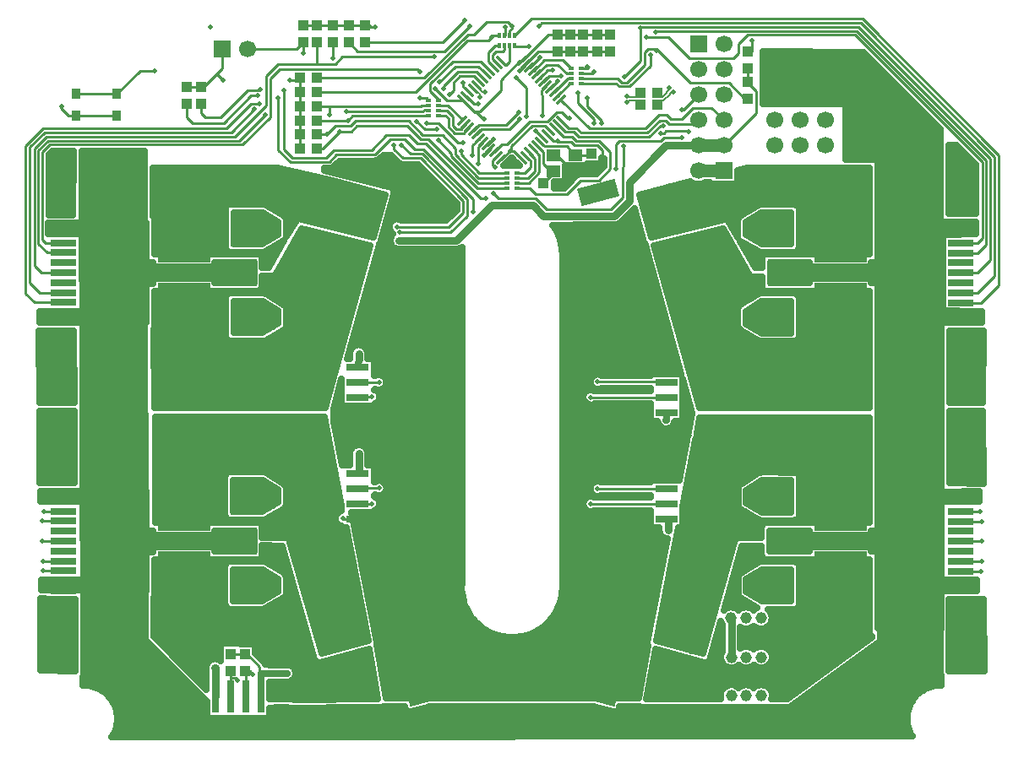
<source format=gtl>
G04 DipTrace 3.0.0.2*
G04 Top.gbr*
%MOMM*%
G04 #@! TF.FileFunction,Copper,L1,Top*
G04 #@! TF.Part,Single*
%AMOUTLINE0*
4,1,4,
-2.0051,-1.2102,
-2.34157,0.0455,
2.0051,1.2102,
2.34157,-0.0455,
-2.0051,-1.2102,
0*%
%AMOUTLINE3*
4,1,4,
-1.65063,-1.37403,
-2.1165,0.36463,
1.65063,1.37403,
2.1165,-0.36463,
-1.65063,-1.37403,
0*%
%AMOUTLINE6*
4,1,4,
-2.34157,-0.0455,
-2.0051,1.2102,
2.34157,0.0455,
2.0051,-1.2102,
-2.34157,-0.0455,
0*%
%AMOUTLINE9*
4,1,4,
-2.1165,-0.36463,
-1.65063,1.37403,
2.1165,0.36463,
1.65063,-1.37403,
-2.1165,-0.36463,
0*%
%AMOUTLINE12*
4,1,4,
-0.53033,0.3182,
-0.3182,0.53033,
0.53033,-0.3182,
0.3182,-0.53033,
-0.53033,0.3182,
0*%
%AMOUTLINE15*
4,1,4,
0.3182,0.53033,
0.53033,0.3182,
-0.3182,-0.53033,
-0.53033,-0.3182,
0.3182,0.53033,
0*%
G04 #@! TA.AperFunction,Conductor*
%ADD14C,0.254*%
%ADD15C,1.27*%
%ADD16C,0.762*%
%ADD17C,0.7*%
%ADD18C,0.2032*%
G04 #@! TA.AperFunction,CopperBalancing*
%ADD19C,0.635*%
%ADD24R,1.0X1.1*%
%ADD25R,1.1X1.0*%
%ADD26R,2.2X0.7*%
%ADD27R,2.3X1.0922*%
G04 #@! TA.AperFunction,ComponentPad*
%ADD28C,1.1684*%
%ADD29R,1.7X1.7*%
%ADD30C,1.7*%
%ADD31R,0.4953X0.3556*%
%ADD32R,0.3556X0.4953*%
%ADD33R,0.9X1.0*%
%ADD34R,0.7X3.302*%
%ADD35R,1.4986X2.3*%
%ADD36R,2.6X0.66*%
%ADD37R,5.2578X6.23*%
%ADD38R,5.25X10.3*%
%ADD40R,1.4X1.15*%
G04 #@! TA.AperFunction,ViaPad*
%ADD41C,0.508*%
%ADD43C,0.6604*%
%ADD87OUTLINE0*%
%ADD90OUTLINE3*%
%ADD93OUTLINE6*%
%ADD96OUTLINE9*%
%ADD99OUTLINE12*%
%ADD102OUTLINE15*%
%FSLAX35Y35*%
G04*
G71*
G90*
G75*
G01*
G04 Top*
%LPD*%
X9090127Y7572430D2*
D14*
X9438107D1*
X9854667Y7155870D1*
Y6113830D1*
X9850227Y6109390D1*
X3264250Y5786810D2*
X2054127D1*
X8641183Y2995350D2*
Y3093390D1*
X8642203Y3094410D1*
Y3192450D1*
X8641183Y3193470D1*
X8642203Y3094410D2*
X9852327D1*
X3265270Y2995350D2*
Y3093390D1*
X3264250Y3094410D1*
Y3192450D1*
X3265270Y3193470D1*
X3264250Y3094410D2*
X2054127D1*
X8074127Y7064430D2*
D15*
X7820127D1*
X7515327Y3208710D2*
D16*
Y3301830D1*
D17*
X7499227Y3317930D1*
X7500087Y4384730D2*
Y4308530D1*
X7497547D1*
X7820127Y7064430D2*
D16*
X7497547D1*
X7126707Y6693590D1*
Y6505630D1*
X6976847Y6355770D1*
X6268187D1*
X6161507Y6462450D1*
X5747487D1*
X5396967Y6111930D1*
X5105783D1*
X4820387D1*
X4416527Y3973250D2*
Y3784430D1*
D17*
X4407227Y3775130D1*
Y4841930D2*
X4416527Y4915030D1*
D16*
Y4976550D1*
X3700247Y1768530D2*
D17*
X3436087D1*
Y1748347D1*
Y1537390D1*
X6938747Y8174410D2*
D14*
X6804127D1*
X6666967D1*
X6539967D1*
X6537427Y8176950D1*
X6410427D1*
X6407887Y8179490D1*
X6319640D1*
X6054827Y7914677D1*
X3825977Y7029504D2*
Y7167754D1*
X3830603Y7172380D1*
Y7310627D1*
X3825977Y7315254D1*
Y7453507D1*
X3830600Y7458130D1*
Y7596380D1*
X3825977Y7601004D1*
Y7739257D1*
X3830600Y7743880D1*
X8315427Y7834050D2*
Y7701790D1*
Y7689270D1*
X8399247Y7605450D1*
Y7389550D1*
X8074127Y7064430D1*
X5842693Y6924730D2*
X5846547D1*
X5932907Y7011090D1*
X5968467D1*
X6054827Y6924730D1*
X6337670Y7207570D2*
X6335867D1*
X6280887Y7262550D1*
X6153887D1*
X5948147Y7056810D1*
Y7026330D1*
X5932907Y7011090D1*
X5671287Y7326050D2*
Y7320970D1*
X5585967Y7406287D1*
X5579617Y7399937D1*
X5453787Y7525770D1*
X6054827Y7914677D2*
X6031313D1*
X5838927Y7722290D1*
Y7615610D1*
X5629603Y7406287D1*
X5585967D1*
X5453787Y7525770D2*
Y7519090D1*
X5302987D1*
X5186147Y7635930D1*
X3725647Y7719750D2*
X3806470D1*
X3830600Y7743880D1*
X3050007Y8032170D2*
Y7836590D1*
X2983967Y7770550D1*
X3004287D1*
X3055087Y7719750D1*
X3133827Y1961390D2*
X3276067D1*
X3278607Y1958850D1*
X3301647D1*
X3423387Y1837110D1*
Y1761047D1*
X3436087Y1748347D1*
X5457927Y7092370D2*
X5409667D1*
X5219167Y7282870D1*
X5097247D1*
X2696947Y7650990D2*
X2836647D1*
X2864407D1*
X2983967Y7770550D1*
X8150327Y1931090D2*
D3*
D16*
Y2319710D1*
D14*
X8147787Y2322250D1*
X8074127Y6810430D2*
D15*
X7820127D1*
X7235927Y7587670D2*
D18*
Y7578780D1*
X7202907Y7545760D1*
X7176490D1*
X7122897D1*
X7107657Y7561000D1*
X5678907Y7597830D2*
X5657353D1*
X5633847Y7621340D1*
X5629047Y7621344D1*
X5595207Y7655184D1*
Y7667190D1*
X7235927Y7470830D2*
Y7479720D1*
X7202907Y7512740D1*
X7176490D1*
X7122897D1*
X7107657Y7497500D1*
X5634007Y7552930D2*
Y7574484D1*
X5620160Y7588327D1*
X5615360Y7588330D1*
X5571857Y7631834D1*
X5559850Y7631837D1*
X7528027Y7643550D2*
Y7621997D1*
X7504510Y7598484D1*
Y7591747D1*
X7458523Y7545760D1*
X7438947D1*
X7405927Y7578780D1*
Y7587670D1*
X7572927Y7598647D2*
X7551373D1*
X7537530Y7584807D1*
Y7578067D1*
X7472203Y7512740D1*
X7438947D1*
X7405927Y7479720D1*
Y7470830D1*
X6125537Y6995440D2*
D14*
Y6988640D1*
X6184367Y6929810D1*
Y6807890D1*
X6115787Y6739310D1*
X6006567D1*
Y6637710D2*
X6128487D1*
X6191987Y6574210D1*
X6501867D1*
X6641567Y6713910D1*
X6821907D1*
X6938747Y6830750D1*
Y6998390D1*
X6826987Y7110150D1*
X6598387D1*
X6557747Y7150790D1*
X6465160D1*
X6373023Y7242927D1*
X6545047Y7734990D2*
X6511533D1*
X6373023Y7596480D1*
X6160893Y7808614D2*
X6169090D1*
X6278347Y7917870D1*
X6463767D1*
X6545047Y7836590D1*
X5930367Y8065190D2*
Y7905170D1*
X5897347Y7872150D1*
X5885220D1*
X5842693Y7914677D1*
X5828767Y8065190D2*
X5783047D1*
X5711927Y7994070D1*
Y7904024D1*
X5771983Y7843967D1*
X5216627Y7468290D2*
X5313147D1*
X5453787Y7327650D1*
Y7313637D1*
X5216627Y7366690D2*
X5285207D1*
X5315687Y7336210D1*
Y7249850D1*
X5379187Y7186350D1*
X5467920D1*
X5524497Y7242927D1*
X4476853Y8267757D2*
X4318100D1*
X4159353D1*
X4000603D1*
X1993367Y7361610D2*
X1583367D1*
X4407227Y4384730D2*
X4256507D1*
X4407227Y3317930D2*
X4259047D1*
X4256507Y3320470D1*
X4584167Y8248070D2*
Y8253150D1*
X4535907D1*
X4521300Y8267757D1*
X4476853D1*
X2978887Y1537390D2*
D16*
Y1826950D1*
X2976347D1*
X6367247Y6967887D2*
D14*
X6400290D1*
X6514567Y6853610D1*
X6541527D1*
X6587247Y6807890D1*
X6740447D1*
X6748247Y6815690D1*
X6435647Y6683430D2*
X6462787D1*
X6587247Y6807890D1*
X6938747Y8004410D2*
X6804127D1*
X6666967D1*
X6539967D1*
X6537427Y8006950D1*
X6410427D1*
X6407887Y8009490D1*
X6217567D1*
X6090180Y7882104D1*
Y7879324D1*
X4000603Y8267757D2*
X3863260D1*
X3862807Y8268210D1*
X5489140Y7561124D2*
X5492093D1*
X5572227Y7480990D1*
X5615407D1*
X5617947Y7478450D1*
X6412967Y7110150D2*
X6364380D1*
X6302313Y7172217D1*
X6090180Y7879324D2*
Y7871944D1*
X6026887Y7808650D1*
X6748247Y6815690D2*
X6814467D1*
X6860007Y6861230D1*
Y7018710D1*
X6809207Y7069510D1*
X6575527D1*
X6547587Y7097450D1*
X6425667D1*
X6412967Y7110150D1*
X5807340Y6960084D2*
X5803160D1*
X5760187Y6917110D1*
Y6863770D1*
X5780507Y6843450D1*
X1583367Y7361610D2*
X1510767D1*
X1434567Y7437810D1*
Y7445430D1*
X1442187Y7453050D1*
X6006567Y6790110D2*
X6080227D1*
X6138647Y6848530D1*
Y6911617D1*
X6090180Y6960084D1*
X6006567Y6688510D2*
X6123407D1*
X6227547Y6792650D1*
Y6964140D1*
X6160893Y7030794D1*
X6545047Y7684190D2*
X6531447D1*
X6408380Y7561124D1*
X6196247Y7773257D2*
X6197233D1*
X6298667Y7874690D1*
X6412967D1*
X6501867Y7785790D1*
X6545047D1*
X6125537Y7843967D2*
X6128243D1*
X6228817Y7944540D1*
X6118327Y8055030D2*
X5991327D1*
X5981167Y8065190D1*
X5879567D2*
Y8027090D1*
X5856707Y8004230D1*
X5790667D1*
X5757647Y7971210D1*
Y7929017D1*
X5807340Y7879324D1*
X5216627Y7519090D2*
Y7526710D1*
X5132807Y7610530D1*
Y7684190D1*
X5356327Y7907710D1*
X5637530D1*
X5736627Y7808614D1*
X5489140Y7278284D2*
X5440387Y7229530D1*
X5396967D1*
X5363947Y7262550D1*
Y7353990D1*
X5300447Y7417490D1*
X5216627D1*
X5595207Y7172217D2*
X5647440Y7224450D1*
X5927827D1*
X6031967Y7328590D1*
X6992087Y6830750D2*
Y7072050D1*
X7027647Y7107610D1*
X7441667D1*
X7479767Y7145710D1*
X7655027D1*
Y7420030D2*
X7667727D1*
X7820127Y7572430D1*
X5559850Y7207570D2*
X5560427D1*
X5620487Y7267630D1*
X5889727D1*
X6019267Y7397170D1*
X7444207Y7188890D2*
X7479767D1*
X7497547Y7206670D1*
X7726147D1*
X7723607Y7204130D1*
X5701273Y7066150D2*
X5703487D1*
X5763997Y7126660D1*
X3862807Y7988990D2*
Y8098210D1*
X3304007Y8032170D2*
X3796767D1*
X3862807Y8098210D1*
X6196247Y7066150D2*
X6200427D1*
X6268187Y6998390D1*
Y6879010D1*
X6339307Y6807890D1*
X6367247D1*
Y6785030D1*
X6265647Y6683430D1*
X6231603Y7101507D2*
X6278840Y7054270D1*
X6500863D1*
X6587247Y6967887D1*
X6730443D1*
X6748247Y6985690D1*
X4000603Y7172380D2*
X4097757D1*
X4182847Y7257470D1*
X4335247D1*
X4386047Y7308270D1*
X4916907D1*
X5056607Y7168570D1*
X5254727D1*
X5386807Y7036490D1*
Y6970450D1*
X5617947Y6739310D1*
X5904967D1*
X1454500Y3295070D2*
X1246607D1*
X1454500Y3394130D2*
X1259307D1*
X5445227Y7011090D2*
Y6970450D1*
X5625567Y6790110D1*
X5904967D1*
X1455520Y2797230D2*
X1251687D1*
X5214087Y7115230D2*
X5343627Y6985690D1*
Y6955210D1*
X5610327Y6688510D1*
X5904967D1*
X10451953Y2893750D2*
X10659847D1*
X7398487Y8016930D2*
Y8029630D1*
X7317207D1*
X7284187Y7996610D1*
Y7874690D1*
X7106387Y7696890D1*
X7050507D1*
X7012407Y7734990D1*
X6646647D1*
X8315427Y7531790D2*
X8284947D1*
X8124927Y7691810D1*
X7736307D1*
X7398487Y8029630D1*
X10451953Y2794690D2*
X10649687D1*
X7337527Y7973750D2*
Y7864530D1*
X7129247Y7656250D1*
X7025107D1*
X6997167Y7684190D1*
X6646647D1*
X8315427Y8004050D2*
X8356067D1*
Y8118530D1*
X6710147Y7851830D2*
X6725387D1*
X6710147Y7836590D1*
X6646647D1*
X10450933Y3292530D2*
Y3289990D1*
X10659847D1*
X6646647Y7785790D2*
X6755867D1*
X6773647Y7803570D1*
X10639527Y3389050D2*
X10450933D1*
Y3391590D1*
X4000600Y7458130D2*
X4124427D1*
X5036287D1*
X5046447Y7468290D1*
X5115027D1*
X1454500Y5987470D2*
X1292327D1*
X1205967Y6073830D1*
Y7013630D1*
X1305027Y7112690D1*
X3215107D1*
X3476727Y7374310D1*
X4124427D2*
Y7458130D1*
X1454500Y6086530D2*
X1277087D1*
X1246607Y6117010D1*
Y6995850D1*
X1322807Y7072050D1*
X3253207D1*
X3530067Y7348910D1*
Y7737530D1*
X3621507Y7828970D1*
X5003267D1*
X5028667Y7803570D1*
Y7536870D2*
X5097247D1*
X5115027Y7519090D1*
X3995977Y7315254D2*
X4309210D1*
X4353027Y7359070D1*
X5084547D1*
X5092167Y7366690D1*
X5115027D1*
X1455520Y5588690D2*
X1216127D1*
X1122147Y5682670D1*
Y7046650D1*
X1269467Y7193970D1*
X3138907D1*
X3372587Y7427650D1*
X1455520Y5489630D2*
X1167867D1*
X1078967Y5578530D1*
Y7061890D1*
X1251687Y7234610D1*
X3090647D1*
X3339567Y7483530D1*
X3420847D1*
X4289527Y7402250D2*
X5059147D1*
X5076927Y7420030D1*
X5097247D1*
Y7422570D1*
X5109947D1*
X5115027Y7417490D1*
X4000600Y7743880D2*
X5073117D1*
X5508727Y8179490D1*
X5572227D1*
X5696687Y8303950D1*
X5910047D1*
X5950687Y8263310D1*
Y8237910D1*
X5930367Y8217590D1*
Y8166790D1*
X10451953Y5586150D2*
X10619207D1*
X10789387Y5756330D1*
Y6950130D1*
X9445727Y8293790D1*
X6250407D1*
X6219927Y8263310D1*
X10451953Y5487090D2*
X10654767D1*
X10830027Y5662350D1*
Y6967910D1*
X9463507Y8334430D1*
X6148807D1*
X5981167Y8166790D1*
X3995977Y7601004D2*
X4991200D1*
X5506187Y8115990D1*
X5711927D1*
X5750027Y8154090D1*
X5762727Y8166790D1*
X5828767D1*
X10450933Y5984930D2*
X10619207D1*
X10705567Y6071290D1*
Y6914570D1*
X9407627Y8212510D1*
X7403567D1*
X7390867Y8199810D1*
X10450933Y6083990D2*
X10614127D1*
X10664927Y6134790D1*
Y6896790D1*
X9389847Y8171870D1*
X8312887D1*
X8221447Y8080430D1*
Y7991530D1*
X8170647Y7940730D1*
X7728687D1*
X7522947Y8146470D1*
X7296887D1*
X5882107Y8250610D2*
Y8169330D1*
X5879567Y8166790D1*
X3995977Y7029504D2*
X4053940D1*
X4228567Y7204130D1*
X4340327D1*
X4398747Y7262550D1*
X4901667D1*
X5036287Y7127930D1*
X5112487D1*
X5602707Y6637710D1*
X5904967D1*
X1455520Y2896290D2*
X1254227D1*
X1583367Y7580050D2*
X1993367D1*
X6266957Y7136860D2*
X6261797D1*
X6189447Y7209210D1*
X6095467Y7356530D2*
Y7643550D1*
X5991327Y7747690D1*
X2371827Y7811190D2*
X2224507D1*
X1993367Y7580050D1*
X1454500Y3094410D2*
X1244067D1*
X4157447Y7940730D2*
Y8095850D1*
X4159353Y8097757D1*
X5701273Y7773257D2*
X5617620Y7856910D1*
X5384267D1*
X5226787Y7699430D1*
X10451953Y3094410D2*
X10659847D1*
X5531587Y8263310D2*
X5277587Y8009310D1*
X4406547D1*
X4318100Y8097757D1*
X6231603Y7737900D2*
Y7739047D1*
X6308827Y7816270D1*
X6357087D1*
X4476853Y8097757D2*
X5261893D1*
X5480787Y8316650D1*
X7243547Y8240450D2*
X7256247Y8253150D1*
X9425407D1*
X10746207Y6932350D1*
Y5911270D1*
X10621747Y5786810D1*
X10451953D1*
X7243547Y8240450D2*
Y7912790D1*
X7080987Y7750230D1*
X7464527Y7262550D2*
X7439127D1*
X7327367Y7150790D1*
X6621247D1*
X6572987Y7199050D1*
X6487613D1*
X6408380Y7278284D1*
X4000603Y8097757D2*
Y7882310D1*
X3611347D1*
X3486887Y7757850D1*
Y7465750D1*
X3174467Y7153330D1*
X1287247D1*
X1165327Y7031410D1*
Y5857930D1*
X1236447Y5786810D1*
X1454500D1*
X5524497Y7596480D2*
X5520237D1*
X5463007Y7653710D1*
Y7689270D1*
X5457927Y7694350D1*
X5173447Y7953430D2*
X4253967D1*
X4182847Y7882310D1*
X4000603D1*
X6443733Y7525770D2*
Y7518804D1*
X6727927Y7234610D1*
X7291807D1*
X7426427Y7369230D1*
X7505167D1*
X7543267Y7331130D1*
X7657567D1*
X7764247Y7437810D1*
X7954747D1*
X8074127Y7318430D1*
X4407227Y4537130D2*
X4412307Y4542210D1*
X4548607D1*
X6811747Y4692070D2*
X7497547D1*
X7500087Y4689530D1*
X4548607Y3470330D2*
X4407227D1*
X6811747Y3620190D2*
X7496687D1*
X7499227Y3622730D1*
X5630563Y7136860D2*
X5556987Y7063284D1*
Y6967910D1*
X2836647Y7480990D2*
Y7387010D1*
X2879827Y7343830D1*
X3029687D1*
X3301467Y7615610D1*
X3413227D1*
X3425927Y7628310D1*
X3667227Y7618150D2*
Y7023790D1*
X3751047Y6939970D1*
X4088867D1*
X4167607Y7018710D1*
X4543527D1*
X4693387Y7168570D1*
X4919447D1*
X5008347Y7079670D1*
X5092167D1*
X5640807Y6531030D1*
X5683987D1*
X5689067Y6536110D1*
X3131287Y1537390D2*
Y1721660D1*
Y1788850D1*
X3133827Y1791390D1*
X3131287Y1721660D2*
X3180697D1*
X3199867Y1702490D1*
X4830547Y6190670D2*
X5338547D1*
X5503647Y6355770D1*
Y6528490D1*
X5051527Y6980610D1*
X4934687D1*
X4845787Y7069510D1*
X5264887Y7635930D2*
Y7656250D1*
X5414747Y7806110D1*
X5597707D1*
X5665917Y7737900D1*
X4407227Y4689530D2*
X4409767Y4686990D1*
X4619727D1*
X6743167Y4537130D2*
X7500087D1*
X4619727Y3625270D2*
X4409767D1*
X4407227Y3622730D1*
X6743167Y3467790D2*
X7496687D1*
X7499227Y3470330D1*
X5610327Y6881550D2*
X5617947D1*
Y7053537D1*
X5665917Y7101507D1*
X2696947Y7480990D2*
Y7343830D1*
X2750287Y7290490D1*
X3062707D1*
X3334487Y7562270D1*
X3405607D1*
X3611347Y7541950D2*
Y7018710D1*
X3730727Y6899330D1*
X4121887D1*
X4195547Y6972990D1*
X4579087D1*
X4731487Y7125390D1*
X4881347D1*
X4980407Y7026330D1*
X5064227D1*
X5562067Y6528490D1*
Y6398950D1*
X3283687Y1537390D2*
Y1783770D1*
X3278607Y1788850D1*
X5630563Y7702547D2*
X5627530D1*
X5569687Y7760390D1*
X5429987D1*
X5366487Y7696890D1*
Y7618150D1*
X5323307Y7574970D1*
X5201387Y7224450D2*
X5076927D1*
X4995647Y7305730D1*
X4769587Y7069510D2*
Y7026330D1*
X4858487Y6937430D1*
X5036287D1*
X5463007Y6510710D1*
Y6391330D1*
X5320767Y6249090D1*
X4797527D1*
X3357347Y1755830D2*
X3324327Y1788850D1*
X3278607D1*
X6529807Y7341290D2*
X6512027D1*
X6453607Y7399710D1*
X6405347D1*
X6311367Y7305730D1*
X6133567D1*
X5902427Y7074590D1*
X5851133D1*
X5771983Y6995440D1*
X7070827Y7054270D2*
Y6856150D1*
X7058127Y6843450D1*
Y6538650D1*
X6941287Y6421810D1*
X6301207D1*
X6189447Y6533570D1*
X5816067D1*
X5765267Y6584370D1*
X5676370Y6967910D2*
X5737940Y7029480D1*
X5736627Y7030794D1*
X6337670Y7631837D2*
Y7636834D1*
X6406617Y7705780D1*
X6707607Y7539410D2*
Y7458130D1*
X6849847Y7315890D1*
Y7290490D1*
X6260567Y7359070D2*
Y7567350D1*
X6252947Y7574970D1*
Y7617824D1*
X6302313Y7667190D1*
X6776187Y7290490D2*
Y7328590D1*
X6611087Y7493690D1*
Y7595290D1*
X6443447Y7762930D2*
X6327340D1*
X6266957Y7702547D1*
X7820127Y7318430D2*
Y7277790D1*
X7528027D1*
X7489927Y7315890D1*
X7434047D1*
X7309587Y7191430D1*
X6646647D1*
X6598387Y7239690D1*
X6517680D1*
X6443733Y7313637D1*
D41*
X7515327Y3208710D3*
X7497547Y4308530D3*
X4820387Y6111930D3*
X4416527Y3973250D3*
Y4976550D3*
X3700247Y1768530D3*
X5671287Y7326050D3*
X5932907Y7011090D3*
X5186147Y7635930D3*
X3725647Y7719750D3*
X3055087D3*
X5457927Y7092370D3*
X5097247Y7282870D3*
X5105783Y6111930D3*
X7107657Y7561000D3*
X5678907Y7597830D3*
X7107657Y7497500D3*
X5634007Y7552930D3*
X7528027Y7643550D3*
X7572927Y7598647D3*
X4256507Y4384730D3*
Y3320470D3*
X5617947Y7478450D3*
X6412967Y7110150D3*
X6026887Y7808650D3*
X5617947Y7478450D3*
X6412967Y7110150D3*
X5780507Y6843450D3*
X6228817Y7944540D3*
X6118327Y8055030D3*
X6031967Y7328590D3*
X6992087Y6830750D3*
X7655027Y7145710D3*
Y7420030D3*
X6019267Y7397170D3*
X7444207Y7188890D3*
X7723607Y7204130D3*
X5763997Y7126660D3*
X3862807Y7988990D3*
X1246607Y3295070D3*
X4097757Y7172380D3*
X1259307Y3394130D3*
X5445227Y7011090D3*
X1251687Y2797230D3*
X5214087Y7115230D3*
X10659847Y2893750D3*
X7398487Y8016930D3*
X10649687Y2794690D3*
X7337527Y7973750D3*
X8356067Y8118530D3*
X6710147Y7851830D3*
X10659847Y3289990D3*
X8356067Y8118530D3*
X6773647Y7803570D3*
X10639527Y3389050D3*
X3476727Y7374310D3*
X4124427D3*
X5028667Y7803570D3*
Y7536870D3*
X3372587Y7427650D3*
X4309210Y7315254D3*
X3420847Y7483530D3*
X4289527Y7402250D3*
X6219927Y8263310D3*
X5950687D3*
X7390867Y8199810D3*
X5750027Y8154090D3*
X7296887Y8146470D3*
X5882107Y8250610D3*
X1254227Y2896290D3*
X4228567Y7204130D3*
X6189447Y7209210D3*
X6095467Y7356530D3*
X5991327Y7747690D3*
X2371827Y7811190D3*
X1244067Y3094410D3*
X4157447Y7940730D3*
X5226787Y7699430D3*
X10659847Y3094410D3*
X5531587Y8263310D3*
X6357087Y7816270D3*
X5480787Y8316650D3*
X7243547Y8240450D3*
X7080987Y7750230D3*
X7464527Y7262550D3*
X7243547Y8240450D3*
X5457927Y7694350D3*
X5173447Y7953430D3*
X4548607Y4542210D3*
X6811747Y4692070D3*
X4548607Y3470330D3*
Y4542210D3*
X6811747Y3620190D3*
X5556987Y6967910D3*
X3425927Y7628310D3*
X3667227Y7618150D3*
X5689067Y6536110D3*
X3199867Y1702490D3*
X4830547Y6190670D3*
X4845787Y7069510D3*
X5264887Y7635930D3*
X4619727Y4686990D3*
X6743167Y4537130D3*
X4619727Y3625270D3*
Y4686990D3*
X6743167Y3467790D3*
X5610327Y6881550D3*
X3405607Y7562270D3*
X3611347Y7541950D3*
X5562067Y6398950D3*
X5323307Y7574970D3*
X5201387Y7224450D3*
X4995647Y7305730D3*
X4769587Y7069510D3*
X4797527Y6249090D3*
X3357347Y1755830D3*
X6529807Y7341290D3*
X7070827Y7054270D3*
X5765267Y6584370D3*
X5676370Y6967910D3*
X6406617Y7705780D3*
X6707607Y7539410D3*
X6849847Y7290490D3*
X6260567Y7359070D3*
X6776187Y7290490D3*
X6611087Y7595290D3*
X6443447Y7762930D3*
D43*
X3443707Y5485187D3*
Y5389937D3*
Y5294687D3*
Y5199437D3*
X3519907Y5437564D3*
X3596107Y5389937D3*
X3519907Y5342310D3*
X3596107Y5294687D3*
X3519907Y5247060D3*
X3443707Y3681787D3*
Y3586537D3*
Y3491287D3*
Y3396037D3*
X3519907Y3634164D3*
X3596107Y3586537D3*
X3519907Y3538910D3*
X3596107Y3491287D3*
X3519907Y3443660D3*
X3443707Y2790247D3*
Y2694997D3*
Y2599747D3*
Y2504497D3*
X3519907Y2742624D3*
X3596107Y2694997D3*
X3519907Y2647370D3*
X3596107Y2599747D3*
X3519907Y2552120D3*
X8462747Y6090974D3*
Y6186224D3*
Y6281474D3*
Y6376724D3*
X8386547Y6138597D3*
X8310347Y6186224D3*
X8386547Y6233850D3*
X8310347Y6281474D3*
X8386547Y6329100D3*
X8462747Y5199434D3*
Y5294684D3*
Y5389934D3*
Y5485184D3*
X8386547Y5247057D3*
X8310347Y5294684D3*
X8386547Y5342310D3*
X8310347Y5389934D3*
X8386547Y5437560D3*
X8462747Y3398574D3*
Y3493824D3*
Y3589074D3*
Y3684324D3*
X8386547Y3446197D3*
X8310347Y3493824D3*
X8386547Y3541450D3*
X8310347Y3589074D3*
X8386547Y3636700D3*
X3443707Y6376090D3*
Y6280840D3*
Y6185590D3*
Y6090340D3*
X3519907Y6328467D3*
X3596107Y6280840D3*
X3519907Y6233214D3*
X3596107Y6185590D3*
X3519907Y6137964D3*
X8462747Y2507034D3*
Y2602284D3*
Y2697534D3*
Y2792784D3*
X8386547Y2554657D3*
X8310347Y2602284D3*
X8386547Y2649910D3*
X8310347Y2697534D3*
X8386547Y2745160D3*
X2808073Y6764710D3*
X2919200Y6574207D3*
Y6701210D3*
X2490577Y6574214D3*
Y6701210D3*
X2601703Y6764710D3*
X2705207Y6703750D3*
X2594077Y6508174D3*
X2705207Y6571674D3*
Y6444667D3*
X2816333Y6508174D3*
X2919200Y6180507D3*
Y6434507D3*
Y6307504D3*
X2808073Y6244004D3*
X2490577Y6180507D3*
Y6434510D3*
Y6307504D3*
X2601700Y6244010D3*
X2705207Y6310044D3*
X2490577Y6050967D3*
X2705207Y6177967D3*
Y6050967D3*
X2816327Y5987470D3*
X2594077D3*
X2919200Y6050967D3*
X2800453Y2893750D3*
X2911580Y2703247D3*
Y2830250D3*
X2482957Y2703254D3*
Y2830250D3*
X2594083Y2893750D3*
X2697587Y2832790D3*
X2586457Y2637214D3*
X2697587Y2700714D3*
Y2573707D3*
X2808713Y2637214D3*
X2911580Y2309547D3*
Y2563547D3*
Y2436544D3*
X2800453Y2373044D3*
X2482957Y2309547D3*
Y2563550D3*
Y2436544D3*
X2594080Y2373050D3*
X2697587Y2439084D3*
X2482957Y2180007D3*
X2697587Y2307007D3*
Y2180007D3*
X2808707Y2116510D3*
X2586457D3*
X2911580Y2180007D3*
X2806707Y4071674D3*
X2917833Y3881170D3*
Y4008174D3*
X2489210Y3881177D3*
Y4008174D3*
X2600337Y4071674D3*
X2703840Y4010714D3*
X2592710Y3815137D3*
X2703840Y3878637D3*
Y3751630D3*
X2814967Y3815137D3*
X2917833Y3487470D3*
Y3741470D3*
Y3614467D3*
X2806707Y3550967D3*
X2489210Y3487470D3*
Y3741474D3*
Y3614467D3*
X2600333Y3550974D3*
X2703840Y3617007D3*
X2489210Y3357930D3*
X2703840Y3484930D3*
Y3357930D3*
X2814960Y3294434D3*
X2592710D3*
X2917833Y3357930D3*
X2155827Y3484937D3*
X2266953Y3294434D3*
Y3421437D3*
X1838330Y3294440D3*
X1838227Y3421434D3*
X1949457Y3484937D3*
X2052960Y3423977D3*
X1941830Y3228400D3*
X2052960Y3291900D3*
Y3164894D3*
X2164087Y3228400D3*
X2266953Y2900734D3*
Y3154734D3*
Y3027730D3*
X2155827Y2964230D3*
X1838330Y2900734D3*
Y3154737D3*
Y3027730D3*
X1949453Y2964237D3*
X2052960Y3030270D3*
X1838330Y2771194D3*
X2052960Y2898194D3*
Y2771194D3*
X2164080Y2707697D3*
X1941830D3*
X2266953Y2771194D3*
X2155927Y6177970D3*
X2268320Y5987470D3*
Y6114474D3*
X1839697Y5987477D3*
X1839593Y6114470D3*
X1950823Y6177974D3*
X2054327Y6117014D3*
X1943197Y5921437D3*
X2054327Y5984937D3*
Y5857930D3*
X2165453Y5921437D3*
X2268320Y5593770D3*
Y5847770D3*
Y5720767D3*
X2157193Y5657267D3*
X1839697Y5593770D3*
Y5847774D3*
Y5720767D3*
X1950820Y5657274D3*
X2054327Y5723307D3*
X2801820Y5586787D3*
X2912947Y5396284D3*
X1839697Y5464230D3*
X2912947Y5523287D3*
X2054327Y5591230D3*
Y5464230D3*
X2165447Y5400734D3*
X1943197D3*
X2484323Y5396290D3*
X2268320Y5464230D3*
X2484323Y5523287D3*
X2595450Y5586787D3*
X2698953Y5525827D3*
X2587823Y5330250D3*
X2698953Y5393750D3*
Y5266744D3*
X2810080Y5330250D3*
X2912947Y5002584D3*
Y5256584D3*
Y5129580D3*
X2801820Y5066080D3*
X2484323Y5002584D3*
Y5256587D3*
Y5129580D3*
X2595447Y5066087D3*
X2698953Y5132120D3*
X2484323Y4873044D3*
X2698953Y5000044D3*
Y4873044D3*
X2810073Y4809547D3*
X2587823D3*
X2912947Y4873044D3*
X9102527Y3294437D3*
X8991400Y3484940D3*
Y3357937D3*
X9420023Y3484934D3*
Y3357937D3*
X9308897Y3294437D3*
X9205393Y3355397D3*
X9316523Y3550974D3*
X9205393Y3487474D3*
Y3614480D3*
X9094267Y3550974D3*
X8991400Y3878640D3*
Y3624640D3*
Y3751644D3*
X9102527Y3815144D3*
X9420023Y3878640D3*
Y3624637D3*
Y3751644D3*
X9308900Y3815137D3*
X9205393Y3749104D3*
X9420023Y4008180D3*
X9205393Y3881180D3*
Y4008180D3*
X9094273Y4071677D3*
X9316523D3*
X8991400Y4008180D3*
X9096273Y2116514D3*
X8985147Y2307017D3*
Y2180014D3*
X9413770Y2307010D3*
Y2180014D3*
X9302643Y2116514D3*
X9199140Y2177474D3*
X9310270Y2373050D3*
X9199140Y2309550D3*
Y2436557D3*
X9088013Y2373050D3*
X8985147Y2700717D3*
Y2446717D3*
Y2573720D3*
X9096273Y2637220D3*
X9413770Y2700717D3*
Y2446714D3*
Y2573720D3*
X9302647Y2637214D3*
X9199140Y2571180D3*
X9413770Y2830257D3*
X9199140Y2703257D3*
Y2830257D3*
X9088020Y2893754D3*
X9310270D3*
X8985147Y2830257D3*
X9747153Y2703250D3*
X9636027Y2893754D3*
Y2766750D3*
X10064650Y2893747D3*
X10064753Y2766754D3*
X9953523Y2703250D3*
X9850020Y2764210D3*
X9961150Y2959787D3*
X9850020Y2896287D3*
Y3023294D3*
X9738893Y2959787D3*
X9636027Y3287454D3*
Y3033454D3*
Y3160457D3*
X9747153Y3223957D3*
X10064650Y3287454D3*
Y3033450D3*
Y3160457D3*
X9953527Y3223950D3*
X9850020Y3157917D3*
X10064650Y3416994D3*
X9850020Y3289994D3*
Y3416994D3*
X9738900Y3480490D3*
X9961150D3*
X9636027Y3416994D3*
X9102733Y5986834D3*
X8991607Y6177337D3*
Y6050334D3*
X9420230Y6177330D3*
Y6050334D3*
X9309103Y5986834D3*
X9205600Y6047794D3*
X9316730Y6243370D3*
X9205600Y6179870D3*
Y6306877D3*
X9094473Y6243370D3*
X8991607Y6571037D3*
Y6317037D3*
Y6444040D3*
X9102733Y6507540D3*
X9420230Y6571037D3*
Y6317034D3*
Y6444040D3*
X9309107Y6507534D3*
X9205600Y6441500D3*
X9420230Y6700577D3*
X9205600Y6573577D3*
Y6700577D3*
X9094480Y6764074D3*
X9316730D3*
X8991607Y6700577D3*
X9096480Y4808910D3*
X8985353Y4999414D3*
Y4872410D3*
X9413977Y4999407D3*
Y4872410D3*
X9302850Y4808910D3*
X9199347Y4869870D3*
X9310477Y5065447D3*
X9199347Y5001947D3*
Y5128954D3*
X9088220Y5065447D3*
X8985353Y5393114D3*
Y5139114D3*
Y5266117D3*
X9096480Y5329617D3*
X9413977Y5393114D3*
Y5139110D3*
Y5266117D3*
X9302853Y5329610D3*
X9199347Y5263577D3*
X9413977Y5522654D3*
X9199347Y5395654D3*
Y5522654D3*
X9088227Y5586150D3*
X9310477D3*
X8985353Y5522654D3*
X9747360Y5395647D3*
X9636233Y5586150D3*
Y5459147D3*
X10064857Y5586144D3*
X10064960Y5459150D3*
X9953730Y5395647D3*
X9850227Y5456607D3*
X9961357Y5652184D3*
X9850227Y5588684D3*
Y5715690D3*
X9739100Y5652184D3*
X9636233Y5979850D3*
Y5725850D3*
Y5852854D3*
X9747360Y5916354D3*
X10064857Y5979850D3*
Y5725847D3*
Y5852854D3*
X9953733Y5916347D3*
X9850227Y5850314D3*
X10064857Y6109390D3*
X9850227Y5982390D3*
Y6109390D3*
X9739107Y6172887D3*
X9961357D3*
X9636233Y6109390D3*
D41*
X1508227Y2301930D3*
X1381227D3*
Y2174930D3*
X1508227D3*
X1381227Y2047930D3*
X1508227D3*
Y4133270D3*
X1381227D3*
Y4006270D3*
X1508227D3*
X1381227Y3879270D3*
X1508227D3*
Y4961310D3*
X1381227D3*
Y4834310D3*
X1508227D3*
X1381227Y4707310D3*
X1508227D3*
Y6835830D3*
X1381227D3*
Y6708830D3*
X1508227D3*
X1381227Y6581830D3*
X1508227D3*
X10565867Y2273990D3*
X10438867D3*
Y2146990D3*
X10565867D3*
X10438867Y2019990D3*
X10565867D3*
Y4128190D3*
X10438867D3*
Y4001190D3*
X10565867D3*
X10438867Y3874190D3*
X10565867D3*
X10570947Y4948610D3*
X10443947D3*
Y4821610D3*
X10570947D3*
X10443947Y4694610D3*
X10570947D3*
X10555707Y6812970D3*
X10428707D3*
Y6685970D3*
X10555707D3*
X10428707Y6558970D3*
X10555707D3*
X5191227Y5934130D3*
Y5680130D3*
Y5426130D3*
Y5172130D3*
Y4918130D3*
Y4410130D3*
Y4664130D3*
Y4156130D3*
Y3902130D3*
Y3648130D3*
Y3394130D3*
Y3140130D3*
Y2886130D3*
Y2632130D3*
Y2378130D3*
X4937227D3*
Y3394130D3*
Y3648130D3*
Y4410130D3*
Y4664130D3*
Y5172130D3*
X6969227Y5934130D3*
Y5680130D3*
X5191227Y2124130D3*
X6969227Y5172130D3*
Y4918130D3*
X5445227Y2124130D3*
X6969227Y4410130D3*
Y4156130D3*
Y3902130D3*
X5699227Y2124130D3*
X6969227Y3394130D3*
Y3140130D3*
X6207227Y2124130D3*
X6461227D3*
X6715227D3*
Y2378130D3*
Y2632130D3*
Y2886130D3*
Y3140130D3*
Y3394130D3*
X6461227Y2378130D3*
X5445227D3*
X1442187Y7453050D3*
X2930627Y8250610D3*
X4584167Y8248070D3*
X7477227Y2886130D3*
Y3902130D3*
Y4156130D3*
X7731227D3*
X7477227Y5172130D3*
X4683227Y5680130D3*
Y5934130D3*
X4937227Y6442130D3*
X5191227D3*
X5155667Y6716450D3*
X2976347Y1826950D3*
X4683227Y6696130D3*
X4253967Y6851070D3*
X8475077Y7939794D2*
D19*
X9529103D1*
X8474707Y7876627D2*
X9592230D1*
X8474457Y7813460D2*
X9655360D1*
X8474210Y7750294D2*
X9718610D1*
X8473960Y7687127D2*
X9781740D1*
X8473713Y7623960D2*
X9844867D1*
X8473340Y7560794D2*
X9907993D1*
X8473093Y7497627D2*
X9971247D1*
X9305910Y7434460D2*
X10034373D1*
X9305663Y7371294D2*
X10097503D1*
X9305413Y7308127D2*
X10160753D1*
X9305043Y7244960D2*
X10223883D1*
X9304793Y7181794D2*
X10238270D1*
X9304547Y7118627D2*
X10238270D1*
X9304173Y7055460D2*
X10238270D1*
X9303927Y6992294D2*
X10238270D1*
X9303677Y6929127D2*
X10238270D1*
X9623533Y6865960D2*
X10238270D1*
X9623533Y6802794D2*
X10238270D1*
X9623533Y6739627D2*
X10238270D1*
X9623533Y6676460D2*
X10238270D1*
X9623533Y6613294D2*
X10238270D1*
X9623533Y6550127D2*
X10238270D1*
X9623533Y6486960D2*
X10238270D1*
X9623533Y6423794D2*
X10238270D1*
X9623533Y6360627D2*
X10238270D1*
X9623533Y6297460D2*
X10238270D1*
X9623533Y6234294D2*
X10597440D1*
X9623533Y6171127D2*
X10416243D1*
X9623533Y6107960D2*
X10266050D1*
X9623533Y6044794D2*
X10266050D1*
X9623533Y5981627D2*
X10266050D1*
X9623533Y5918460D2*
X10266050D1*
X9623533Y5855294D2*
X10266050D1*
X9623533Y5792127D2*
X10267043D1*
X9623533Y5728960D2*
X10266050D1*
X9623533Y5665794D2*
X10266050D1*
X9623533Y5602627D2*
X10267043D1*
X9623533Y5539460D2*
X10267043D1*
X9623533Y5476294D2*
X10267043D1*
X9623533Y5413127D2*
X10267043D1*
X9623533Y5349960D2*
X10652260D1*
X9623533Y5286794D2*
X10248933D1*
X9623533Y5223627D2*
X10248810D1*
X9623533Y5160460D2*
X10248687D1*
X9623533Y5097294D2*
X10248563D1*
X9623533Y5034127D2*
X10248440D1*
X9623533Y4970960D2*
X10248313D1*
X9623533Y4907794D2*
X10248313D1*
X9623533Y4844627D2*
X10248190D1*
X9623533Y4781460D2*
X10248067D1*
X9623533Y4718294D2*
X10247943D1*
X9623533Y4655127D2*
X10247820D1*
X9623533Y4591960D2*
X10247693D1*
X9623533Y4528794D2*
X10247570D1*
X9623533Y4465627D2*
X10247447D1*
X9623533Y4402460D2*
X10247323D1*
X9623533Y4339294D2*
X10247200D1*
X9623533Y4276127D2*
X10247073D1*
X9623533Y4212960D2*
X10246950D1*
X9623533Y4149794D2*
X10246827D1*
X9623533Y4086627D2*
X10246703D1*
X9623533Y4023460D2*
X10246577D1*
X9623533Y3960294D2*
X10246453D1*
X9623533Y3897127D2*
X10246330D1*
X9623533Y3833960D2*
X10246207D1*
X9623533Y3770794D2*
X10246083D1*
X9623533Y3707627D2*
X10245957D1*
X9623533Y3644460D2*
X10245833D1*
X9623533Y3581294D2*
X10626833D1*
X9623533Y3518127D2*
X10626833D1*
X9623533Y3454960D2*
X10245710D1*
X9623533Y3391794D2*
X10245710D1*
X9623533Y3328627D2*
X10245833D1*
X9623533Y3265460D2*
X10245833D1*
X9623533Y3202294D2*
X10245833D1*
X9623533Y3139127D2*
X10245833D1*
X9623533Y3075960D2*
X10245833D1*
X9623533Y3012794D2*
X10245833D1*
X9623533Y2949627D2*
X10245833D1*
X9623533Y2886460D2*
X10245833D1*
X9623533Y2823294D2*
X10245833D1*
X9623533Y2760127D2*
X10245833D1*
X9623533Y2696960D2*
X10604013D1*
X9623533Y2633794D2*
X10604013D1*
X9623533Y2570627D2*
X10245833D1*
X9623533Y2507460D2*
X10245463D1*
X9623533Y2444294D2*
X10244967D1*
X9623533Y2381127D2*
X10244593D1*
X9623533Y2317960D2*
X10244223D1*
X9623533Y2254794D2*
X10243727D1*
X10273470Y5504637D2*
X10273423Y5606237D1*
X10272420D1*
Y5769264D1*
X10273537D1*
X10273440Y5804390D1*
X10272420Y5804357D1*
Y6165504D1*
X10432287D1*
X10439693Y6170700D1*
X10449140Y6173770D1*
X10549357Y6174160D1*
X10603803D1*
X10603713Y6293664D1*
X10271340Y6293930D1*
X10261893Y6297000D1*
X10253857Y6302840D1*
X10248017Y6310877D1*
X10244947Y6320324D1*
X10244557Y6357040D1*
Y7230537D1*
X9477450Y7997700D1*
X8468960Y8002824D1*
X8466697Y7482300D1*
X9272893Y7481870D1*
X9282340Y7478800D1*
X9290377Y7472960D1*
X9296217Y7464924D1*
X9299287Y7455477D1*
X9299533Y7418617D1*
X9297280Y6923397D1*
X9590393Y6923070D1*
X9599840Y6920000D1*
X9607877Y6914160D1*
X9613717Y6906124D1*
X9616787Y6896677D1*
X9617177Y6859960D1*
X9617293Y2219264D1*
X10249850Y2217050D1*
X10252600Y2571267D1*
X10255733Y2580694D1*
X10261627Y2588690D1*
X10269700Y2594477D1*
X10279170Y2597484D1*
X10347427Y2597840D1*
X10610317D1*
Y2704520D1*
X10278960Y2704910D1*
X10269513Y2707980D1*
X10261477Y2713820D1*
X10255637Y2721857D1*
X10252567Y2731304D1*
X10252173Y2768017D1*
X10252503Y3463224D1*
X10255573Y3472674D1*
X10261410Y3480710D1*
X10269447Y3486550D1*
X10278893Y3489620D1*
X10315667Y3489957D1*
X10633290Y3489434D1*
X10633177Y3590957D1*
X10278953Y3590690D1*
X10269500Y3593740D1*
X10261453Y3599567D1*
X10255600Y3607594D1*
X10252513Y3617034D1*
X10252173Y3653867D1*
X10255680Y5261687D1*
X10258770Y5271130D1*
X10264623Y5279154D1*
X10272670Y5284977D1*
X10282123Y5288030D1*
X10350387Y5288697D1*
X10658577Y5290240D1*
Y5394380D1*
X10444060Y5394770D1*
X10434613Y5397840D1*
X10426577Y5403680D1*
X10424837Y5405574D1*
X10273440Y5405577D1*
Y5606210D1*
X8541487Y3134114D2*
X9578707D1*
X8541487Y3070947D2*
X9579327D1*
X8541487Y3007780D2*
X8924607D1*
X9553730Y3197414D2*
Y3150957D1*
X8930923D1*
Y3197217D1*
X8535137Y3197280D1*
Y2991540D1*
X8930897D1*
X8930923Y3037864D1*
X9553730D1*
Y2991604D1*
X9586483Y2991540D1*
X9584157Y3197280D1*
X9553770D1*
X8546567Y5826514D2*
X9583787D1*
X8546567Y5763347D2*
X9584407D1*
X8546567Y5700180D2*
X8924603D1*
X9553730Y5889814D2*
Y5843357D1*
X8930923D1*
Y5889617D1*
X8540217Y5889680D1*
Y5683940D1*
X8931013D1*
X8930923Y5730264D1*
X9553730D1*
Y5684004D1*
X9591563Y5683940D1*
X9589237Y5889680D1*
X9553643D1*
X2323567Y3134114D2*
X3359920D1*
X2323567Y3070947D2*
X3359920D1*
X2981820Y3007780D2*
X3359920D1*
X2384473Y3037864D2*
X2975530D1*
Y2990610D1*
X3366237Y2991540D1*
Y3197294D1*
X2975513Y3196317D1*
X2975530Y3150957D1*
X2352723D1*
Y3194984D1*
X2317217Y3194740D1*
Y2988987D1*
X2352740Y2989154D1*
X2352723Y3037864D1*
X2384473D1*
X2323567Y5826514D2*
X3359920D1*
X2323567Y5763347D2*
X3359920D1*
X2981820Y5700180D2*
X3359920D1*
X2384473Y5730264D2*
X2975530D1*
Y5683010D1*
X3366237Y5683940D1*
Y5889694D1*
X2975513Y5888717D1*
X2975530Y5843357D1*
X2352723D1*
Y5887384D1*
X2317217Y5887140D1*
Y5681387D1*
X2352740Y5681554D1*
X2352723Y5730264D1*
X2384473D1*
X1645697Y6987294D2*
X2265267D1*
X1645943Y6924127D2*
X2265393D1*
X1646070Y6860960D2*
X2265517D1*
X1646317Y6797794D2*
X2265517D1*
X1646563Y6734627D2*
X2265640D1*
X1646690Y6671460D2*
X2265763D1*
X1646937Y6608294D2*
X2265763D1*
X1647187Y6545127D2*
X2265887D1*
X1647433Y6481960D2*
X2266013D1*
X1647557Y6418794D2*
X2266137D1*
X1647807Y6355627D2*
X2266137D1*
X1648053Y6292460D2*
X2266260D1*
X1648177Y6229294D2*
X2266383D1*
X1648427Y6166127D2*
X2266510D1*
X1648673Y6102960D2*
X2266510D1*
X1648920Y6039794D2*
X2266633D1*
X1649047Y5976627D2*
X2266757D1*
X1649293Y5913460D2*
X2266880D1*
X1649540Y5850294D2*
X2266880D1*
X1649667Y5787127D2*
X2267003D1*
X1649913Y5723960D2*
X2267130D1*
X1650160Y5660794D2*
X2267130D1*
X1650287Y5597627D2*
X2267253D1*
X1650533Y5534460D2*
X2267377D1*
X1650783Y5471294D2*
X2267500D1*
X1651030Y5408127D2*
X2267500D1*
X1651153Y5344960D2*
X2267623D1*
X1651403Y5281794D2*
X2267750D1*
X1651650Y5218627D2*
X2267873D1*
X1651773Y5155460D2*
X2267873D1*
X1652023Y5092294D2*
X2267997D1*
X1652270Y5029127D2*
X2268120D1*
X1652393Y4965960D2*
X2268120D1*
X1652643Y4902794D2*
X2268243D1*
X1652890Y4839627D2*
X2268370D1*
X1653137Y4776460D2*
X2268493D1*
X1653263Y4713294D2*
X2268493D1*
X1653510Y4650127D2*
X2268617D1*
X1653757Y4586960D2*
X2268740D1*
X1653883Y4523794D2*
X2268863D1*
X1654130Y4460627D2*
X2268863D1*
X1654380Y4397460D2*
X2268990D1*
X1654627Y4334294D2*
X2269113D1*
X1654750Y4271127D2*
X2269113D1*
X1655000Y4207960D2*
X2269237D1*
X1655247Y4144794D2*
X2269360D1*
X1655370Y4081627D2*
X2269487D1*
X1655620Y4018460D2*
X2269487D1*
X1655867Y3955294D2*
X2269610D1*
X1655990Y3892127D2*
X2269733D1*
X1656240Y3828960D2*
X2269857D1*
X1656487Y3765794D2*
X2269857D1*
X1656733Y3702627D2*
X2269980D1*
X1656860Y3639460D2*
X2270107D1*
X1657107Y3576294D2*
X2270107D1*
X1657353Y3513127D2*
X2270230D1*
X1657480Y3449960D2*
X2270353D1*
X1657727Y3386794D2*
X2270477D1*
X1657977Y3323627D2*
X2270477D1*
X1658223Y3260460D2*
X2270600D1*
X1658347Y3197294D2*
X2270727D1*
X1658597Y3134127D2*
X2270850D1*
X1658843Y3070960D2*
X2270850D1*
X1658967Y3007794D2*
X2270973D1*
X1659217Y2944627D2*
X2271097D1*
X1659463Y2881460D2*
X2271097D1*
X1659587Y2818294D2*
X2271220D1*
X1659837Y2755127D2*
X2271347D1*
X1660083Y2691960D2*
X2271470D1*
X1660330Y2628794D2*
X2271470D1*
X1660457Y2565627D2*
X2271593D1*
X1660703Y2502460D2*
X2271717D1*
X1660950Y2439294D2*
X2271840D1*
X1661077Y2376127D2*
X2271840D1*
X1661323Y2312960D2*
X2271967D1*
X1661573Y2249794D2*
X2272090D1*
X1661820Y2186627D2*
X2272213D1*
X1661943Y2123460D2*
X2272213D1*
X1662193Y2060294D2*
X2272337D1*
X1662440Y1997127D2*
X2272460D1*
X1662563Y1933960D2*
X2272460D1*
X1662813Y1870794D2*
X2272587D1*
X1663060Y1807627D2*
X2272710D1*
X2271560Y7010837D2*
X1639290D1*
X1657167Y1797387D1*
X2279107Y1790474D1*
X2271600Y7010837D1*
X1314177Y6222754D2*
X2282873D1*
X1307820Y6283830D2*
Y6179404D1*
X2289277Y6181780D1*
Y6285837D1*
X1307703Y6283684D1*
X1226287Y5336294D2*
X2280373D1*
X1219937Y5399337D2*
Y5287714D1*
X2286737Y5290240D1*
X2286593Y5394524D1*
X1219880Y5399317D1*
X1234960Y3532894D2*
X2280430D1*
X1229603Y3595940D2*
X1228053Y3496734D1*
X2286783Y3489597D1*
X2286663Y3593594D1*
X1229617Y3595990D1*
X1246607Y2641354D2*
X2282960D1*
X1240257Y2704397D2*
X1240473Y2605244D1*
X2289313Y2598057D1*
X2289203Y2702054D1*
X1240340Y2704447D1*
X8216777Y6773934D2*
X9527777D1*
X8216777Y6710767D2*
X9527777D1*
X7537623Y6647600D2*
X9527777D1*
X7299127Y6584434D2*
X9527777D1*
X7246293Y6521267D2*
X9527777D1*
X7264153Y6458100D2*
X8400033D1*
X8828830D2*
X9527777D1*
X7282010Y6394934D2*
X8299450D1*
X8835280D2*
X9527777D1*
X7299870Y6331767D2*
X8214370D1*
X8835280D2*
X9527777D1*
X7317730Y6268600D2*
X7857307D1*
X8151290D2*
X8209533D1*
X8835280D2*
X9527777D1*
X7335590Y6205434D2*
X7598717D1*
X8835280D2*
X9527777D1*
X8835280Y6142267D2*
X9527777D1*
X8835280Y6079100D2*
X9527777D1*
X8298137Y6015934D2*
X8384530D1*
X8828830D2*
X9527777D1*
X8334847Y5952767D2*
X8453487D1*
X8371557Y5889600D2*
X8450883D1*
X8491627Y5970177D2*
X8504440Y5972580D1*
X9534263Y5972737D1*
X9534120Y6834704D1*
X8308747Y6837094D1*
X8210523Y6813940D1*
X8210433Y6674124D1*
X7937820D1*
Y6695577D1*
X7893673Y6695624D1*
X7872290Y6684497D1*
X7851947Y6677887D1*
X7830820Y6674544D1*
X7809433D1*
X7788307Y6677887D1*
X7767963Y6684497D1*
X7748907Y6694207D1*
X7737347Y6702250D1*
X7227057Y6567037D1*
X7347080Y6142307D1*
X8089357Y6323610D1*
X8099290Y6323650D1*
X8108750Y6320617D1*
X8116810Y6314810D1*
X8121897Y6308224D1*
X8215860Y6147490D1*
X8216490Y6318077D1*
X8219763Y6329684D1*
X8225657Y6340207D1*
X8233843Y6349067D1*
X8266743Y6370387D1*
X8424793Y6468987D1*
X8436363Y6472394D1*
X8444967Y6473120D1*
X8785733Y6472487D1*
X8797340Y6469214D1*
X8804633Y6465480D1*
X8822490Y6465477D1*
Y6446750D1*
X8827597Y6433787D1*
X8829013Y6421810D1*
X8828383Y6032784D1*
X8825110Y6021177D1*
X8822830Y6016460D1*
X8822490Y5999684D1*
X8807863Y5999300D1*
X8797340Y5993407D1*
X8785733Y5990134D1*
X8777707Y5989504D1*
X8442020Y5990134D1*
X8430413Y5993407D1*
X8396770Y6012490D1*
X8240850Y6103467D1*
X8394737Y5838744D1*
X8457260Y5838540D1*
X8457790Y5929457D1*
X8459870Y5937830D1*
X8459877Y5970177D1*
X8491627D1*
X7840157Y6169414D2*
X8094727D1*
X7585783Y6106247D2*
X8130073D1*
X7386850Y6043080D2*
X8165543D1*
X7404337Y5979914D2*
X8200890D1*
X7421950Y5916747D2*
X8236237D1*
X7439560Y5853580D2*
X8271710D1*
X7457173Y5790414D2*
X8307057D1*
X7474783Y5727247D2*
X8450797D1*
X7492270Y5664080D2*
X8450797D1*
X7509883Y5600914D2*
X9527817D1*
X7527493Y5537747D2*
X8354183D1*
X8834823D2*
X9527817D1*
X7545103Y5474580D2*
X8253727D1*
X8835320D2*
X9527817D1*
X7562593Y5411414D2*
X8209573D1*
X8835320D2*
X9527817D1*
X7580203Y5348247D2*
X8209573D1*
X8835320D2*
X9527817D1*
X7597813Y5285080D2*
X8209573D1*
X8835320D2*
X9527817D1*
X7615427Y5221914D2*
X8222470D1*
X8835320D2*
X9527817D1*
X7633037Y5158747D2*
X8325660D1*
X8835320D2*
X9527817D1*
X7650523Y5095580D2*
X9527817D1*
X7668137Y5032414D2*
X9527817D1*
X7685747Y4969247D2*
X9527817D1*
X7703360Y4906080D2*
X9527817D1*
X7720847Y4842914D2*
X9527817D1*
X7738457Y4779747D2*
X9527817D1*
X7756070Y4716580D2*
X9527817D1*
X7773680Y4653414D2*
X9527817D1*
X7791167Y4590247D2*
X9527817D1*
X7808780Y4527080D2*
X9527817D1*
X7826390Y4463914D2*
X9527817D1*
X8492463Y5603444D2*
X8459877D1*
X8459670Y5636334D1*
X8457317Y5648164D1*
X8457160Y5747564D1*
X8351100Y5747830D1*
X8341653Y5750900D1*
X8333617Y5756740D1*
X8327733Y5764874D1*
X8068387Y6227750D1*
X7376830Y6055954D1*
X7829047Y4431574D1*
X9534190Y4429237D1*
X9534120Y5600920D1*
X8500440Y5601514D1*
X8492480Y5603444D1*
X8476717Y5581577D1*
X8785733Y5580947D1*
X8797340Y5577674D1*
X8808347Y5571400D1*
X8823510Y5571397D1*
Y5553414D1*
X8827597Y5542247D1*
X8829017Y5530270D1*
X8828383Y5141244D1*
X8825110Y5129637D1*
X8822830Y5124920D1*
X8822493Y5108140D1*
X8807863Y5107760D1*
X8797340Y5101867D1*
X8785733Y5098594D1*
X8777707Y5097960D1*
X8442020Y5098594D1*
X8430413Y5101867D1*
X8396770Y5120950D1*
X8234700Y5216220D1*
X8226323Y5224897D1*
X8220200Y5235290D1*
X8216677Y5246827D1*
X8215860Y5255950D1*
X8216490Y5426537D1*
X8219763Y5438144D1*
X8225657Y5448667D1*
X8233843Y5457524D1*
X8266743Y5478847D1*
X8424793Y5577447D1*
X8436363Y5580854D1*
X8444967Y5581577D1*
X8476717D1*
X7830027Y4272034D2*
X9526990D1*
X7817747Y4208867D2*
X9526990D1*
X7813530Y4145700D2*
X9526990D1*
X7792943Y4082534D2*
X9526990D1*
X7780663Y4019367D2*
X9526990D1*
X7768263Y3956200D2*
X9526990D1*
X7755860Y3893034D2*
X9526990D1*
X7743457Y3829867D2*
X9526990D1*
X7731180Y3766700D2*
X8396020D1*
X8828787D2*
X9526990D1*
X7718777Y3703534D2*
X8295560D1*
X8837840D2*
X9526990D1*
X7706373Y3640367D2*
X8215193D1*
X8837840D2*
X9526990D1*
X7694097Y3577200D2*
X8212093D1*
X8837840D2*
X9526990D1*
X7681693Y3514034D2*
X8212093D1*
X8837840D2*
X9526990D1*
X7669293Y3450867D2*
X8212960D1*
X8837840D2*
X9526990D1*
X7666937Y3387700D2*
X8285887D1*
X8837840D2*
X9526990D1*
X7666937Y3324534D2*
X8394160D1*
X8828910D2*
X9526990D1*
X7666937Y3261367D2*
X8453567D1*
X7619807Y3198200D2*
X8445753D1*
X7607403Y3135034D2*
X8445753D1*
X7595127Y3071867D2*
X8172407D1*
X7582723Y3008700D2*
X8154423D1*
X7570320Y2945534D2*
X8136563D1*
X7560150Y2882367D2*
X8118580D1*
X7545640Y2819200D2*
X8100597D1*
X7533237Y2756034D2*
X8082613D1*
X7520837Y2692867D2*
X8064753D1*
X7508557Y2629700D2*
X8046770D1*
X7496157Y2566534D2*
X8028787D1*
X7483753Y2503367D2*
X8010927D1*
X7471473Y2440200D2*
X7992943D1*
X7459073Y2377034D2*
X7974960D1*
X7446670Y2313867D2*
X7956977D1*
X7434267Y2250700D2*
X7939117D1*
X7421990Y2187534D2*
X7921133D1*
X7409587Y2124367D2*
X7903150D1*
X7521207Y2061200D2*
X7885167D1*
X7750527Y1998034D2*
X7867307D1*
X7660533Y3438694D2*
Y3231624D1*
X7619980D1*
X7553697Y2892150D1*
X7552990Y2874130D1*
X7548097Y2856777D1*
X7545493Y2851160D1*
X7397180Y2093470D1*
X7864303Y1965230D1*
X8190100Y3110300D1*
X8195633Y3118547D1*
X8203447Y3124684D1*
X8212773Y3128104D1*
X8218787Y3128700D1*
X8452073Y3129580D1*
X8452710Y3237057D1*
X8455983Y3248664D1*
X8459877Y3256194D1*
Y3277777D1*
X8487530Y3277827D1*
X8499360Y3280180D1*
X9533400Y3280337D1*
X9533357Y4335200D1*
X7836097D1*
X7805070Y4176700D1*
X7807697Y4162150D1*
X7806990Y4144130D1*
X7802097Y4126777D1*
X7793283Y4111044D1*
X7791813Y4109177D1*
X7660510Y3438390D1*
X7660533Y3372487D1*
X8822490Y3324467D2*
Y3307284D1*
X8802523D1*
X8792223Y3303600D1*
X8780247Y3302184D1*
X8444560Y3302814D1*
X8432953Y3306087D1*
X8399310Y3325170D1*
X8237240Y3420440D1*
X8228863Y3429117D1*
X8222740Y3439510D1*
X8219217Y3451047D1*
X8218400Y3460170D1*
X8219030Y3630757D1*
X8222303Y3642364D1*
X8228197Y3652887D1*
X8236383Y3661747D1*
X8269283Y3683067D1*
X8427333Y3781667D1*
X8438903Y3785074D1*
X8447507Y3785800D1*
X8788273Y3785167D1*
X8799880Y3781894D1*
X8810403Y3776000D1*
X8814043Y3773067D1*
X8822490Y3773077D1*
Y3763527D1*
X8827650Y3754124D1*
X8830923Y3742517D1*
X8831553Y3702740D1*
X8830923Y3345464D1*
X8827650Y3333857D1*
X8823320Y3325674D1*
X8248700Y2991874D2*
X8445723D1*
X8230717Y2928707D2*
X8453537D1*
X8212857Y2865540D2*
X8384827D1*
X8831237D2*
X9527827D1*
X8194873Y2802374D2*
X8284243D1*
X8837810D2*
X9527827D1*
X8176890Y2739207D2*
X8213180D1*
X8837810D2*
X9527827D1*
X8158907Y2676040D2*
X8212063D1*
X8837810D2*
X9527827D1*
X8141047Y2612874D2*
X8212063D1*
X8837810D2*
X9527827D1*
X8123063Y2549707D2*
X8214790D1*
X8837810D2*
X9527827D1*
X8105080Y2486540D2*
X8298010D1*
X8837810D2*
X9527827D1*
X8196733Y2423374D2*
X8248897D1*
X8346677D2*
X8398843D1*
X8828880D2*
X9527827D1*
X8557147Y2360207D2*
X9527827D1*
X8560990Y2297040D2*
X9527827D1*
X8519193Y2233874D2*
X9527827D1*
X8015410Y2170707D2*
X8054553D1*
X8246097D2*
X9530680D1*
X7997427Y2107540D2*
X8054553D1*
X8246097D2*
X9522493D1*
X7979443Y2044374D2*
X8054553D1*
X8246097D2*
X9435430D1*
X7392567Y1981207D2*
X7486277D1*
X7961460D2*
X8046367D1*
X8554293D2*
X9348243D1*
X7381280Y1918040D2*
X7715597D1*
X7943603D2*
X8035080D1*
X8565580D2*
X9261053D1*
X7369993Y1854874D2*
X8065097D1*
X8535567D2*
X9173990D1*
X7358707Y1791707D2*
X9086800D1*
X7347547Y1728540D2*
X8999613D1*
X7336260Y1665374D2*
X8912547D1*
X7324973Y1602207D2*
X8050337D1*
X8550323D2*
X8825360D1*
X7313687Y1539040D2*
X8034460D1*
X8566200D2*
X8738170D1*
X8046050Y1510880D2*
X8041950Y1527844D1*
X8040600Y1545010D1*
X8041950Y1562177D1*
X8045970Y1578917D1*
X8052557Y1594827D1*
X8061553Y1609507D1*
X8072737Y1622600D1*
X8085830Y1633784D1*
X8100510Y1642780D1*
X8116420Y1649367D1*
X8133160Y1653387D1*
X8150327Y1654737D1*
X8167493Y1653387D1*
X8184233Y1649367D1*
X8200143Y1642780D1*
X8214823Y1633784D1*
X8225273Y1625044D1*
X8242993Y1638570D1*
X8258337Y1646387D1*
X8274710Y1651707D1*
X8291717Y1654400D1*
X8308937D1*
X8325943Y1651707D1*
X8342317Y1646387D1*
X8357660Y1638570D1*
X8371590Y1628447D1*
X8375273Y1625044D1*
X8392993Y1638570D1*
X8408337Y1646387D1*
X8424710Y1651707D1*
X8441717Y1654400D1*
X8458937D1*
X8475943Y1651707D1*
X8492317Y1646387D1*
X8507660Y1638570D1*
X8521590Y1628447D1*
X8533763Y1616274D1*
X8543887Y1602344D1*
X8551703Y1587000D1*
X8557023Y1570627D1*
X8559717Y1553620D1*
Y1536400D1*
X8557023Y1519394D1*
X8555113Y1512624D1*
X8709067Y1513224D1*
X9562353Y2131790D1*
X9562133Y2141914D1*
X9552103Y2148614D1*
X9543917Y2157474D1*
X9538023Y2167997D1*
X9534750Y2179604D1*
X9534117Y2219380D1*
Y2908577D1*
X8499360Y2908640D1*
X8487400Y2911044D1*
X8459877Y2911040D1*
X8459640Y2932980D1*
X8454590Y2943934D1*
X8452237Y2955764D1*
X8452077Y3046484D1*
X8257523Y3045504D1*
X8075603Y2404944D1*
X8090453Y2415810D1*
X8105797Y2423627D1*
X8122170Y2428947D1*
X8139177Y2431640D1*
X8156397D1*
X8173403Y2428947D1*
X8189777Y2423627D1*
X8205120Y2415810D1*
X8219050Y2405687D1*
X8222733Y2402284D1*
X8240453Y2415810D1*
X8255797Y2423627D1*
X8272170Y2428947D1*
X8289177Y2431640D1*
X8306397D1*
X8323403Y2428947D1*
X8339777Y2423627D1*
X8355120Y2415810D1*
X8369050Y2405687D1*
X8372733Y2402284D1*
X8390453Y2415810D1*
X8409680Y2425057D1*
X8237240Y2526360D1*
X8228863Y2535037D1*
X8222740Y2545430D1*
X8219217Y2556967D1*
X8218400Y2566090D1*
X8219030Y2736677D1*
X8222303Y2748284D1*
X8228197Y2758807D1*
X8236383Y2767667D1*
X8269283Y2788987D1*
X8427333Y2887587D1*
X8438903Y2890994D1*
X8447507Y2891717D1*
X8788273Y2891087D1*
X8799880Y2887814D1*
X8810403Y2881920D1*
X8814043Y2878987D1*
X8823513Y2878997D1*
X8823993Y2867220D1*
X8829043Y2856267D1*
X8831397Y2844437D1*
Y2455384D1*
X8829043Y2443554D1*
X8823320Y2431594D1*
X8823993Y2432600D1*
X8822493Y2425607D1*
Y2415740D1*
X8807057Y2415664D1*
X8796103Y2410614D1*
X8784273Y2408260D1*
X8516200Y2408104D1*
X8531223Y2393514D1*
X8541347Y2379584D1*
X8549163Y2364240D1*
X8554483Y2347867D1*
X8557177Y2330860D1*
Y2313640D1*
X8554483Y2296634D1*
X8549163Y2280260D1*
X8541347Y2264917D1*
X8531223Y2250987D1*
X8519050Y2238814D1*
X8505120Y2228690D1*
X8489777Y2220874D1*
X8473403Y2215554D1*
X8456397Y2212860D1*
X8439177D1*
X8422170Y2215554D1*
X8405797Y2220874D1*
X8390453Y2228690D1*
X8376523Y2238814D1*
X8372840Y2242217D1*
X8355120Y2228690D1*
X8339777Y2220874D1*
X8323403Y2215554D1*
X8306397Y2212860D1*
X8289177D1*
X8272170Y2215554D1*
X8255797Y2220874D1*
X8239700Y2229197D1*
X8239733Y2022674D1*
X8258337Y2032467D1*
X8274710Y2037787D1*
X8291717Y2040480D1*
X8308937D1*
X8325943Y2037787D1*
X8342317Y2032467D1*
X8357660Y2024650D1*
X8371590Y2014527D1*
X8375273Y2011124D1*
X8392993Y2024650D1*
X8408337Y2032467D1*
X8424710Y2037787D1*
X8441717Y2040480D1*
X8458937D1*
X8475943Y2037787D1*
X8492317Y2032467D1*
X8507660Y2024650D1*
X8521590Y2014527D1*
X8533763Y2002354D1*
X8543887Y1988424D1*
X8551703Y1973080D1*
X8557023Y1956707D1*
X8559717Y1939700D1*
Y1922480D1*
X8557023Y1905474D1*
X8551703Y1889100D1*
X8543887Y1873757D1*
X8533763Y1859827D1*
X8521590Y1847654D1*
X8507660Y1837530D1*
X8492317Y1829714D1*
X8475943Y1824394D1*
X8458937Y1821700D1*
X8441717D1*
X8424710Y1824394D1*
X8408337Y1829714D1*
X8392993Y1837530D1*
X8379063Y1847654D1*
X8375380Y1851057D1*
X8357660Y1837530D1*
X8342317Y1829714D1*
X8325943Y1824394D1*
X8308937Y1821700D1*
X8291717D1*
X8274710Y1824394D1*
X8258337Y1829714D1*
X8242993Y1837530D1*
X8229063Y1847654D1*
X8225380Y1851057D1*
X8207660Y1837530D1*
X8192317Y1829714D1*
X8175943Y1824394D1*
X8158937Y1821700D1*
X8141717D1*
X8124710Y1824394D1*
X8108337Y1829714D1*
X8092993Y1837530D1*
X8079063Y1847654D1*
X8066890Y1859827D1*
X8056767Y1873757D1*
X8048950Y1889100D1*
X8043630Y1905474D1*
X8040937Y1922480D1*
Y1939700D1*
X8043630Y1956707D1*
X8048950Y1973080D1*
X8056767Y1988424D1*
X8060937Y1994664D1*
X8060920Y2255164D1*
X8050017Y2272434D1*
X8042927Y2290124D1*
X7932720Y1904437D1*
X7926397Y1894167D1*
X7917850Y1885654D1*
X7907557Y1879374D1*
X7896077Y1875667D1*
X7884050Y1874747D1*
X7872547Y1876544D1*
X7391140Y2008554D1*
X7301817Y1508344D1*
X8045967Y1510910D1*
X8362563Y2745494D2*
X8742150D1*
X8307807Y2682327D2*
X8742150D1*
X8307807Y2619160D2*
X8742150D1*
X8356363Y2555994D2*
X8742150D1*
X8464633Y2492827D2*
X8742150D1*
X8748497Y2522910D2*
Y2808660D1*
X8456613D1*
X8301377Y2711057D1*
X8301457Y2584410D1*
X8461210Y2491137D1*
X8748497Y2491160D1*
Y2522910D1*
X8362563Y3639574D2*
X8742150D1*
X8307807Y3576407D2*
X8742150D1*
X8307807Y3513240D2*
X8742150D1*
X8356363Y3450074D2*
X8742150D1*
X8464633Y3386907D2*
X8742150D1*
X8748497Y3416990D2*
Y3702740D1*
X8456613D1*
X8301377Y3605137D1*
X8301457Y3478490D1*
X8461210Y3385217D1*
X8748497Y3385240D1*
Y3416990D1*
X8360023Y5435354D2*
X8739610D1*
X8305267Y5372187D2*
X8739610D1*
X8305267Y5309020D2*
X8739610D1*
X8353823Y5245854D2*
X8739610D1*
X8462093Y5182687D2*
X8739610D1*
X8745957Y5212770D2*
Y5498520D1*
X8454073D1*
X8298837Y5400917D1*
X8298917Y5274270D1*
X8458670Y5180997D1*
X8745957Y5181020D1*
Y5212770D1*
X8360023Y6326894D2*
X8739610D1*
X8305267Y6263727D2*
X8739610D1*
X8305267Y6200560D2*
X8739610D1*
X8353823Y6137394D2*
X8739610D1*
X8462093Y6074227D2*
X8739610D1*
X8745957Y6104310D2*
Y6390060D1*
X8454073D1*
X8298837Y6292457D1*
X8298917Y6165810D1*
X8458670Y6072537D1*
X8745957Y6072560D1*
Y6104310D1*
X2364207Y6776474D2*
X3862173D1*
X2364207Y6713307D2*
X4130560D1*
X2364207Y6650140D2*
X4371413D1*
X2364207Y6586974D2*
X4609910D1*
X2364207Y6523807D2*
X4662747D1*
X2364207Y6460640D2*
X3077603D1*
X3509007D2*
X4644887D1*
X2364207Y6397474D2*
X3073633D1*
X3609463D2*
X4627027D1*
X2375927Y6334307D2*
X3073633D1*
X3694667D2*
X4609167D1*
X2378657Y6271140D2*
X3073633D1*
X3699507D2*
X3757747D1*
X4051607D2*
X4591307D1*
X2378657Y6207974D2*
X3073633D1*
X4310320D2*
X4573450D1*
X2378407Y6144807D2*
X3073633D1*
X2374313Y6081640D2*
X3073633D1*
X2374313Y6018474D2*
X3076610D1*
X3524383D2*
X3610903D1*
X3452947Y5955307D2*
X3574193D1*
X3455550Y5892140D2*
X3537480D1*
X3413990Y5970177D2*
X3446580D1*
X3446747Y5937397D1*
X3449127Y5925574D1*
X3449293Y5840940D1*
X3514230Y5841344D1*
X3667680Y6105710D1*
X3477547Y5995534D1*
X3465870Y5992510D1*
X3427197Y5992044D1*
X3123260Y5992674D1*
X3111653Y5995947D1*
X3100647Y6002220D1*
X3082943Y6002224D1*
X3082490Y6027494D1*
X3080137Y6039324D1*
Y6428377D1*
X3082490Y6440207D1*
X3083957Y6444144D1*
X3083963Y6465477D1*
X3101130Y6465860D1*
X3111653Y6471754D1*
X3123260Y6475027D1*
X3131287Y6475660D1*
X3472053Y6475027D1*
X3483660Y6471754D1*
X3491330Y6467790D1*
X3675590Y6351224D1*
X3683677Y6342274D1*
X3689450Y6331684D1*
X3692590Y6320040D1*
X3693133Y6280840D1*
X3693093Y6148944D1*
X3789930Y6314860D1*
X3797330Y6321487D1*
X3806417Y6325500D1*
X3816300Y6326514D1*
X3822080Y6325654D1*
X4561960Y6144957D1*
X4682000Y6569597D1*
X4157793Y6708404D1*
X3599933Y6839667D1*
X2357857Y6837100D1*
Y6353284D1*
X2367933Y6353117D1*
X2368387Y6337410D1*
X2371687Y6325807D1*
X2372333Y6317670D1*
X2371703Y6142004D1*
X2367937Y6129324D1*
X2367933Y5970257D1*
X3401897Y5972590D1*
X3413973Y5970177D1*
X3814280Y6171954D2*
X4068853D1*
X3778933Y6108787D2*
X4323223D1*
X3743463Y6045620D2*
X4522157D1*
X3708117Y5982454D2*
X4504547D1*
X3672770Y5919287D2*
X4487060D1*
X3637300Y5856120D2*
X4469447D1*
X3601953Y5792954D2*
X4451837D1*
X3455607Y5729787D2*
X4434223D1*
X3455607Y5666620D2*
X4416737D1*
X3452877Y5603454D2*
X4399127D1*
X2374247Y5540287D2*
X3074183D1*
X3554823D2*
X4381513D1*
X2374247Y5477120D2*
X3073687D1*
X3655283D2*
X4363903D1*
X2376107Y5413954D2*
X3073687D1*
X3699437D2*
X4346293D1*
X2376107Y5350787D2*
X3073687D1*
X3699437D2*
X4328803D1*
X2376107Y5287620D2*
X3073687D1*
X3699437D2*
X4311193D1*
X2374247Y5224454D2*
X3073687D1*
X3686537D2*
X4293583D1*
X2373003Y5161287D2*
X3073687D1*
X3583350D2*
X4275970D1*
X2373130Y5098120D2*
X4258483D1*
X2373253Y5034954D2*
X4240873D1*
X2373377Y4971787D2*
X4223260D1*
X2373377Y4908620D2*
X4205650D1*
X2373500Y4845454D2*
X4188037D1*
X2373627Y4782287D2*
X4170550D1*
X2373750Y4719120D2*
X4152940D1*
X2373873Y4655954D2*
X4135327D1*
X2373997Y4592787D2*
X4117717D1*
X2374120Y4529620D2*
X4100230D1*
X2374247Y4466454D2*
X4082620D1*
X3446577Y5635757D2*
Y5603444D1*
X3413953Y5603430D1*
X3402130Y5601050D1*
X2367843Y5598530D1*
X2368377Y5438107D1*
X2369797Y5426130D1*
X2369163Y5250464D1*
X2367937Y5241867D1*
Y5220500D1*
X2366570D1*
X2367970Y4431767D1*
X4080113Y4434227D1*
X4532133Y6058544D1*
X3840520Y6230230D1*
X3577857Y5762070D1*
X3570563Y5755327D1*
X3561540Y5751170D1*
X3551570Y5750014D1*
X3449367Y5749980D1*
X3448663Y5644164D1*
X3446577Y5635780D1*
X3413843Y5603394D1*
X3402013Y5601040D1*
X3397183Y5600914D1*
X3385287Y5584117D1*
X3472053Y5583487D1*
X3483660Y5580214D1*
X3491330Y5576250D1*
X3675590Y5459684D1*
X3683677Y5450734D1*
X3689450Y5440144D1*
X3692590Y5428500D1*
X3693133Y5389300D1*
X3692503Y5250464D1*
X3689230Y5238857D1*
X3683337Y5228334D1*
X3675150Y5219477D1*
X3667680Y5214170D1*
X3477547Y5103994D1*
X3465870Y5100970D1*
X3427197Y5100504D1*
X3123260Y5101134D1*
X3111653Y5104407D1*
X3104360Y5108140D1*
X3083963D1*
X3083883Y5132177D1*
X3080610Y5143784D1*
X3079977Y5151810D1*
X3080610Y5540837D1*
X3083957Y5552604D1*
X3083963Y5573937D1*
X3101130Y5574320D1*
X3111653Y5580214D1*
X3123260Y5583487D1*
X3163037Y5584117D1*
X3385287D1*
X2381987Y4274574D2*
X4078887D1*
X2381987Y4211407D2*
X4091290D1*
X2381987Y4148240D2*
X4103693D1*
X2381987Y4085074D2*
X4115970D1*
X2381987Y4021907D2*
X4128373D1*
X2381987Y3958740D2*
X4140777D1*
X2381987Y3895574D2*
X4153053D1*
X2381987Y3832407D2*
X4165457D1*
X2381987Y3769240D2*
X3077647D1*
X3512893D2*
X4177860D1*
X2381987Y3706074D2*
X3071073D1*
X3613477D2*
X4190260D1*
X2381987Y3642907D2*
X3071073D1*
X3693843D2*
X4202540D1*
X2381987Y3579740D2*
X3071073D1*
X3696947D2*
X4214940D1*
X2381987Y3516574D2*
X3071073D1*
X3696947D2*
X4227343D1*
X2381987Y3453407D2*
X3071073D1*
X3696077D2*
X4239623D1*
X2381987Y3390240D2*
X3071073D1*
X3623150D2*
X4218290D1*
X2381987Y3327074D2*
X3076653D1*
X3514880D2*
X4173767D1*
X3452867Y3263907D2*
X4198323D1*
X3455597Y3200740D2*
X4289107D1*
X3455597Y3137574D2*
X4301510D1*
X3736633Y3074407D2*
X4313913D1*
X3754493Y3011240D2*
X4326313D1*
X3772477Y2948074D2*
X4338593D1*
X3790460Y2884907D2*
X4350997D1*
X3808317Y2821740D2*
X4363397D1*
X3826300Y2758574D2*
X4375677D1*
X3844287Y2695407D2*
X4388077D1*
X3862270Y2632240D2*
X4400480D1*
X3880127Y2569074D2*
X4412883D1*
X3898110Y2505907D2*
X4425160D1*
X3916093Y2442740D2*
X4437563D1*
X3934077Y2379574D2*
X4449967D1*
X3951937Y2316407D2*
X4462367D1*
X3969920Y2253240D2*
X4474647D1*
X3987903Y2190074D2*
X4487050D1*
X4005763Y2126907D2*
X4499450D1*
X4023747Y2063740D2*
X4387830D1*
X4041730Y2000574D2*
X4158387D1*
X4289607Y3231624D2*
X4245920D1*
Y3244397D1*
X4227153Y3249600D1*
X4211420Y3258414D1*
X4198177Y3270654D1*
X4188160Y3285647D1*
X4181917Y3302564D1*
X4179800Y3320470D1*
X4181917Y3338377D1*
X4188160Y3355294D1*
X4198177Y3370287D1*
X4211420Y3382527D1*
X4227153Y3391340D1*
X4244507Y3396234D1*
X4245933Y3396404D1*
X4245920Y3454097D1*
X4072883Y4337774D1*
X2375637Y4337740D1*
Y3277960D1*
X3401897Y3280190D1*
X3413973Y3277777D1*
X3446580D1*
X3446747Y3244997D1*
X3449127Y3233174D1*
X3449293Y3132167D1*
X3695173Y3130830D1*
X3704607Y3127727D1*
X3712623Y3121857D1*
X3718430Y3113797D1*
X3720627Y3108170D1*
X4045007Y1967590D1*
X4511940Y2096167D1*
X4289460Y3231650D1*
X3106603Y3309820D2*
X3082943D1*
Y3333014D1*
X3078857Y3344054D1*
X3077440Y3356030D1*
X3078070Y3745057D1*
X3081343Y3756664D1*
X3083963Y3763214D1*
Y3773077D1*
X3092467Y3773310D1*
X3101937Y3780777D1*
X3112890Y3785827D1*
X3124720Y3788180D1*
X3465513D1*
X3477343Y3785827D1*
X3488790Y3780470D1*
X3673050Y3663904D1*
X3681137Y3654954D1*
X3686910Y3644364D1*
X3690050Y3632720D1*
X3690597Y3593520D1*
X3689963Y3454684D1*
X3686690Y3443077D1*
X3680797Y3432554D1*
X3672610Y3423694D1*
X3665140Y3418390D1*
X3475007Y3308214D1*
X3463330Y3305190D1*
X3424657Y3304724D1*
X3120720Y3305354D1*
X3108010Y3309134D1*
X3109113Y3308627D1*
X3081343Y3336397D1*
X3078070Y3348004D1*
X3077470Y3356864D1*
X3455587Y2994414D2*
X3660300D1*
X3452983Y2931247D2*
X3678283D1*
X2374227Y2868080D2*
X3077637D1*
X3524173D2*
X3696143D1*
X2374227Y2804914D2*
X3071063D1*
X3624753D2*
X3714127D1*
X2378070Y2741747D2*
X3071063D1*
X3695820D2*
X3732113D1*
X2378690Y2678580D2*
X3071063D1*
X3696937D2*
X3750093D1*
X2378690Y2615414D2*
X3071063D1*
X3696937D2*
X3767953D1*
X2376707Y2552247D2*
X3071063D1*
X3694207D2*
X3785937D1*
X2367407Y2489080D2*
X3071063D1*
X3610990D2*
X3803920D1*
X2367530Y2425914D2*
X3077637D1*
X3502717D2*
X3821780D1*
X2367653Y2362747D2*
X3839763D1*
X2367777Y2299580D2*
X3857747D1*
X2367777Y2236414D2*
X3875730D1*
X2367900Y2173247D2*
X3893587D1*
X2392953Y2110080D2*
X3911570D1*
X2455957Y2046914D2*
X3026167D1*
X3386257D2*
X3929553D1*
X2518963Y1983747D2*
X3026167D1*
X3386257D2*
X3947540D1*
X4422723D2*
X4516433D1*
X2581967Y1920580D2*
X3026167D1*
X3436737D2*
X3965397D1*
X4193403D2*
X4527720D1*
X2644970Y1857414D2*
X2886023D1*
X3490437D2*
X4539007D1*
X2707973Y1794247D2*
X2880937D1*
X3788963D2*
X4550167D1*
X2770977Y1731080D2*
X2881433D1*
X3784373D2*
X4561453D1*
X2833980Y1667914D2*
X2882053D1*
X3528760D2*
X4572740D1*
X3528760Y1604747D2*
X4584027D1*
X3528760Y1541580D2*
X4595313D1*
X3083963Y2867827D2*
Y2881537D1*
X3095423Y2881964D1*
X3105453Y2888667D1*
X3116770Y2892840D1*
X3128747Y2894257D1*
X3469513Y2893627D1*
X3481120Y2890354D1*
X3488790Y2886390D1*
X3673050Y2769824D1*
X3681137Y2760874D1*
X3686910Y2750284D1*
X3690050Y2738640D1*
X3690593Y2699440D1*
X3689963Y2560604D1*
X3686690Y2548997D1*
X3680797Y2538474D1*
X3672610Y2529617D1*
X3665140Y2524310D1*
X3475007Y2414134D1*
X3463330Y2411110D1*
X3424657Y2410640D1*
X3120720Y2411274D1*
X3108010Y2415054D1*
X3109113Y2414547D1*
X3097327Y2415744D1*
X3083963D1*
Y2436950D1*
X3078857Y2449974D1*
X3077437Y2461950D1*
X3078070Y2850977D1*
X3081343Y2862584D1*
X3083607Y2867274D1*
X3098590Y2884460D1*
X3109113Y2890354D1*
X3120720Y2893627D1*
X3129610Y2894224D1*
X3522393Y1682244D2*
X3522350Y1514467D1*
X3765523D1*
Y1502687D1*
X4607257Y1510374D1*
X4517747Y2011694D1*
X4032523Y1878167D1*
X4020497Y1877294D1*
X4008593Y1879257D1*
X3997480Y1883940D1*
X3987767Y1891090D1*
X3979990Y1900310D1*
X3974580Y1911090D1*
X3651380Y3047997D1*
X3449167Y3049090D1*
X3448663Y2951764D1*
X3446577Y2943380D1*
X3446580Y2911040D1*
X3413953Y2911030D1*
X3402130Y2908650D1*
X2367843Y2906130D1*
X2368430Y2753364D1*
X2371703Y2741757D1*
X2372333Y2701980D1*
X2371703Y2558064D1*
X2368293Y2546130D1*
X2367933Y2528104D1*
X2361113D1*
X2361637Y2135117D1*
X2888917Y1606510D1*
X2887157Y1833184D1*
X2889230Y1847060D1*
X2893447Y1860440D1*
X2899707Y1872997D1*
X2907853Y1884417D1*
X2917687Y1894424D1*
X2928963Y1902770D1*
X2941410Y1909250D1*
X2954713Y1913700D1*
X2968550Y1916017D1*
X2982580Y1916140D1*
X2996457Y1914067D1*
X3009837Y1909850D1*
X3022393Y1903590D1*
X3032533Y1896434D1*
X3032520Y2067697D1*
X3235133D1*
Y2065094D1*
X3379913Y2065157D1*
Y1971024D1*
X3472060Y1878680D1*
X3480420Y1866170D1*
X3484557Y1855850D1*
X3531337Y1854837D1*
X3707020Y1854574D1*
X3720393Y1852454D1*
X3733277Y1848270D1*
X3745343Y1842120D1*
X3756300Y1834160D1*
X3765877Y1824584D1*
X3773837Y1813627D1*
X3779987Y1801560D1*
X3784170Y1788677D1*
X3786290Y1775304D1*
Y1761757D1*
X3784170Y1748384D1*
X3779987Y1735500D1*
X3773837Y1723434D1*
X3765877Y1712477D1*
X3756300Y1702900D1*
X3745343Y1694940D1*
X3733277Y1688790D1*
X3720393Y1684607D1*
X3707020Y1682487D1*
X3522273Y1682224D1*
X3522393Y1537364D1*
X3166847Y2748034D2*
X3546493D1*
X3166847Y2684867D2*
X3601190D1*
X3166847Y2621700D2*
X3601190D1*
X3166847Y2558534D2*
X3552573D1*
X3166847Y2495367D2*
X3444300D1*
X3160497Y2779450D2*
Y2493700D1*
X3447873D1*
X3607607Y2586907D1*
X3607537Y2713614D1*
X3452267Y2811244D1*
X3160497Y2811200D1*
Y2779450D1*
X3166847Y3642114D2*
X3546493D1*
X3166847Y3578947D2*
X3601190D1*
X3166847Y3515780D2*
X3601190D1*
X3166847Y3452614D2*
X3552573D1*
X3166847Y3389447D2*
X3444300D1*
X3447213Y3705334D2*
Y3703524D1*
X3160350D1*
X3160497Y3387780D1*
X3447873D1*
X3607607Y3480987D1*
X3607537Y3607694D1*
X3452267Y3705324D1*
X3169387Y5437894D2*
X3549033D1*
X3169387Y5374727D2*
X3603730D1*
X3169387Y5311560D2*
X3603730D1*
X3169387Y5248394D2*
X3555113D1*
X3169387Y5185227D2*
X3446840D1*
X3163037Y5469310D2*
Y5183560D1*
X3450413D1*
X3610147Y5276767D1*
X3610077Y5403474D1*
X3454807Y5501104D1*
X3163037Y5501060D1*
Y5469310D1*
X3169387Y6329434D2*
X3549033D1*
X3169387Y6266267D2*
X3603730D1*
X3169387Y6203100D2*
X3603730D1*
X3169387Y6139934D2*
X3555113D1*
X3169387Y6076767D2*
X3446840D1*
X3163037Y6360850D2*
Y6075100D1*
X3450413D1*
X3610147Y6168307D1*
X3610077Y6295014D1*
X3454807Y6392644D1*
X3163037Y6392600D1*
Y6360850D1*
X10333947Y6999994D2*
X10464863D1*
X10333947Y6936827D2*
X10528117D1*
X10333947Y6873660D2*
X10591243D1*
X10333947Y6810494D2*
X10594593D1*
X10333947Y6747327D2*
X10594593D1*
X10333947Y6684160D2*
X10594593D1*
X10333947Y6620994D2*
X10594593D1*
X10333947Y6557827D2*
X10594593D1*
X10333947Y6494660D2*
X10594593D1*
X10333947Y6431494D2*
X10594593D1*
X10327613Y7063304D2*
Y6376464D1*
X10601073Y6376597D1*
X10600920Y6870374D1*
X10408050Y7063144D1*
X10327557Y7063160D1*
X10344473Y5145794D2*
X10667133D1*
X10344350Y5082627D2*
X10667007D1*
X10344223Y5019460D2*
X10666760D1*
X10344100Y4956294D2*
X10666513D1*
X10343977Y4893127D2*
X10666387D1*
X10343853Y4829960D2*
X10666140D1*
X10343727Y4766794D2*
X10665890D1*
X10343603Y4703627D2*
X10665767D1*
X10343480Y4640460D2*
X10665520D1*
X10343357Y4577294D2*
X10665270D1*
X10343233Y4514127D2*
X10665147D1*
X10673817Y5207107D2*
X10338213Y5205584D1*
X10336843Y4484764D1*
X10671310Y4482717D1*
X10673707Y5207040D1*
X10342857Y4332994D2*
X10665267D1*
X10342730Y4269827D2*
X10665390D1*
X10342607Y4206660D2*
X10665640D1*
X10342483Y4143494D2*
X10665887D1*
X10342360Y4080327D2*
X10666010D1*
X10342237Y4017160D2*
X10666260D1*
X10342110Y3953994D2*
X10666507D1*
X10341987Y3890827D2*
X10666630D1*
X10341863Y3827660D2*
X10666880D1*
X10341740Y3764494D2*
X10667127D1*
X10341613Y3701327D2*
X10667250D1*
X10336670Y4396210D2*
X10335277Y3677127D1*
X10673850Y3674997D1*
X10671277Y4396160D1*
X10336537D1*
X10339437Y2450854D2*
X10672887D1*
X10339313Y2387687D2*
X10673010D1*
X10339067Y2324520D2*
X10673260D1*
X10338940Y2261354D2*
X10673507D1*
X10338693Y2198187D2*
X10673630D1*
X10338443Y2135020D2*
X10673880D1*
X10338320Y2071854D2*
X10674127D1*
X10338073Y2008687D2*
X10674250D1*
X10337823Y1945520D2*
X10674500D1*
X10337700Y1882354D2*
X10674747D1*
X10337453Y1819187D2*
X10674870D1*
X10330987Y1795007D2*
X10681470Y1792857D1*
X10678897Y2514020D1*
X10333353Y2513917D1*
X10331020Y1794957D1*
X1350143Y7002534D2*
X1548533D1*
X1316907Y6939367D2*
X1548283D1*
X1316907Y6876200D2*
X1548160D1*
X1316907Y6813034D2*
X1547913D1*
X1316907Y6749867D2*
X1547663D1*
X1316907Y6686700D2*
X1547540D1*
X1316907Y6623534D2*
X1547290D1*
X1316907Y6560367D2*
X1547043D1*
X1316907Y6497200D2*
X1546920D1*
X1316907Y6434034D2*
X1546670D1*
X1316907Y6370867D2*
X1546423D1*
X1310563Y6366747D2*
X1552903Y6367284D1*
X1554920Y7007950D1*
X1349323Y7008044D1*
X1310627Y6969347D1*
X1310613Y6366680D1*
X1221517Y5148334D2*
X1556083D1*
X1221763Y5085167D2*
X1556330D1*
X1221890Y5022000D2*
X1556580D1*
X1222137Y4958834D2*
X1556703D1*
X1222383Y4895667D2*
X1556950D1*
X1222510Y4832500D2*
X1557200D1*
X1222757Y4769334D2*
X1557447D1*
X1222880Y4706167D2*
X1557570D1*
X1223130Y4643000D2*
X1557820D1*
X1223377Y4579834D2*
X1558067D1*
X1223500Y4516667D2*
X1558190D1*
X1564657Y4485264D2*
X1562243Y5205590D1*
X1214920Y5204704D1*
X1217590Y4487404D1*
X1564727Y4485277D1*
X1228457Y4335534D2*
X1558807D1*
X1228333Y4272367D2*
X1559053D1*
X1228087Y4209200D2*
X1559303D1*
X1227960Y4146034D2*
X1559427D1*
X1227713Y4082867D2*
X1559673D1*
X1227463Y4019700D2*
X1559923D1*
X1227340Y3956534D2*
X1560170D1*
X1227093Y3893367D2*
X1560293D1*
X1226843Y3830200D2*
X1560543D1*
X1226720Y3767034D2*
X1560790D1*
X1226473Y3703867D2*
X1560913D1*
X1567360Y3677630D2*
X1564943Y4398697D1*
X1222373Y4398597D1*
X1220130Y3679684D1*
X1567513Y3677554D1*
X1236077Y2453394D2*
X1565187D1*
X1235953Y2390227D2*
X1565310D1*
X1235707Y2327060D2*
X1565557D1*
X1235580Y2263894D2*
X1565807D1*
X1235333Y2200727D2*
X1565930D1*
X1235083Y2137560D2*
X1566177D1*
X1234960Y2074394D2*
X1566427D1*
X1234713Y2011227D2*
X1566673D1*
X1234463Y1948060D2*
X1566797D1*
X1234340Y1884894D2*
X1567047D1*
X1234093Y1821727D2*
X1567293D1*
X1571220Y2514804D2*
X1274213D1*
Y2516664D1*
X1229993Y2516457D1*
X1227750Y1797544D1*
X1573647Y1795424D1*
X1571250Y2514790D1*
X1666027Y2191774D2*
X2264513D1*
X9651150D2*
X10242943D1*
X1666273Y2128607D2*
X2264390D1*
X9651773D2*
X10242693D1*
X1666523Y2065440D2*
X2307427D1*
X9618657D2*
X10242570D1*
X1666647Y2002274D2*
X2370430D1*
X9531470D2*
X10242323D1*
X1666893Y1939107D2*
X2433433D1*
X9444280D2*
X10242073D1*
X1667143Y1875940D2*
X2496563D1*
X9357217D2*
X10241950D1*
X1667267Y1812774D2*
X2559567D1*
X9270027D2*
X10241700D1*
X1665530Y1749607D2*
X2622570D1*
X9182840D2*
X10243437D1*
X1655547Y1686440D2*
X2685573D1*
X9095773D2*
X10248400D1*
X1796870Y1623274D2*
X2748577D1*
X9008587D2*
X10110980D1*
X1894353Y1560107D2*
X2811580D1*
X8921397D2*
X10013500D1*
X1947437Y1496940D2*
X2874587D1*
X8834333D2*
X9960293D1*
X1979683Y1433774D2*
X2886243D1*
X4675703D2*
X4869253D1*
X5127023D2*
X6777480D1*
X7036860D2*
X7229047D1*
X8744293D2*
X9928170D1*
X1997047Y1370607D2*
X2886243D1*
X3528733D2*
X9910683D1*
X2001883Y1307440D2*
X9905847D1*
X1994813Y1244274D2*
X9912917D1*
X1974970Y1181107D2*
X9932760D1*
X3369993Y1321060D2*
X2892580Y1320984D1*
Y1485314D1*
X2282997Y2096504D1*
X2276307Y2106540D1*
X2272147Y2117864D1*
X2270743Y2129860D1*
X2270933Y2250040D1*
X1659533Y2254627D1*
X1660530Y1755587D1*
X1657293Y1743970D1*
X1651150Y1733037D1*
X1649197Y1715190D1*
Y1650077D1*
X1685180Y1649050D1*
X1711450Y1645944D1*
X1737393Y1640784D1*
X1762853Y1633604D1*
X1787670Y1624447D1*
X1811693Y1613374D1*
X1834770Y1600447D1*
X1856767Y1585750D1*
X1877537Y1569374D1*
X1896963Y1551420D1*
X1914917Y1531994D1*
X1931293Y1511224D1*
X1945990Y1489227D1*
X1958917Y1466150D1*
X1969990Y1442127D1*
X1979147Y1417310D1*
X1986327Y1391850D1*
X1991487Y1365907D1*
X1994593Y1339637D1*
X1995633Y1313207D1*
X1994593Y1286777D1*
X1991487Y1260507D1*
X1986327Y1234564D1*
X1979147Y1209104D1*
X1969990Y1184287D1*
X1958917Y1160264D1*
X1942833Y1132460D1*
X9961790Y1137187D1*
X9948863Y1160264D1*
X9937790Y1184287D1*
X9928633Y1209104D1*
X9921453Y1234564D1*
X9916293Y1260507D1*
X9913187Y1286777D1*
X9912147Y1313207D1*
X9913187Y1339637D1*
X9916293Y1365907D1*
X9921453Y1391850D1*
X9928633Y1417310D1*
X9937790Y1442127D1*
X9948863Y1466150D1*
X9961790Y1489227D1*
X9976487Y1511224D1*
X9992863Y1531994D1*
X10010817Y1551420D1*
X10030243Y1569374D1*
X10051013Y1585750D1*
X10073010Y1600447D1*
X10096087Y1613374D1*
X10120110Y1624447D1*
X10144927Y1633604D1*
X10170387Y1640784D1*
X10196330Y1645944D1*
X10222600Y1649050D1*
X10254710Y1649867D1*
X10254717Y1737987D1*
X10250320Y1747754D1*
X10248003Y1759590D1*
X10249287Y2203527D1*
X9644680Y2194767D1*
X9644963Y2108104D1*
X9641797Y2096464D1*
X9635997Y2085890D1*
X9627890Y2076957D1*
X9161593Y1738730D1*
X8742530Y1435767D1*
X8731207Y1431607D1*
X8719467Y1430204D1*
X7256017Y1425727D1*
X7244397Y1428960D1*
X7233853Y1434817D1*
X7230183Y1437757D1*
X7031687Y1437807D1*
X7024663Y1414034D1*
X7018497Y1403667D1*
X7010080Y1395027D1*
X6999880Y1388590D1*
X6988460Y1384714D1*
X6976447Y1383610D1*
X6964513Y1385340D1*
X6768163Y1437954D1*
X5138840Y1438644D1*
X4933667Y1384277D1*
X4921603Y1384437D1*
X4909913Y1387404D1*
X4899240Y1393020D1*
X4890173Y1400974D1*
X4883210Y1410824D1*
X4878743Y1422024D1*
X4874280Y1438677D1*
X4676977Y1438847D1*
X4665687Y1431964D1*
X4654147Y1428460D1*
X4645597Y1427664D1*
X3522367Y1417344D1*
X3522393Y1320984D1*
X3349780Y1321107D1*
X4609280Y6913634D2*
X4785470D1*
X5932240D2*
X5965887D1*
X4169493Y6850467D2*
X5026447D1*
X6494933D2*
X6861620D1*
X4190453Y6787300D2*
X5089573D1*
X6494933D2*
X6798493D1*
X4428950Y6724134D2*
X5152703D1*
X6494933D2*
X6554910D1*
X4667573Y6660967D2*
X5215953D1*
X6378353D2*
X6491783D1*
X4778573Y6597800D2*
X5279083D1*
X4764807Y6534634D2*
X5342210D1*
X4746947Y6471467D2*
X5392687D1*
X4729087Y6408300D2*
X5383137D1*
X4711230Y6345134D2*
X5320010D1*
X7098927D2*
X7197103D1*
X7033567Y6281967D2*
X7214963D1*
X4675510Y6218800D2*
X4720730D1*
X6394723D2*
X7232823D1*
X4657650Y6155634D2*
X4736107D1*
X6426350D2*
X7250683D1*
X4639790Y6092467D2*
X4726807D1*
X6447680D2*
X7268543D1*
X4616473Y6029300D2*
X4780013D1*
X6460083D2*
X7291733D1*
X4598987Y5966134D2*
X5442670D1*
X6464423D2*
X7309347D1*
X4581377Y5902967D2*
X5442670D1*
X6463680D2*
X7326957D1*
X4563763Y5839800D2*
X5442670D1*
X6463680D2*
X7344570D1*
X4546153Y5776634D2*
X5442670D1*
X6463680D2*
X7362057D1*
X4528667Y5713467D2*
X5442670D1*
X6463680D2*
X7379667D1*
X4511053Y5650300D2*
X5442670D1*
X6463680D2*
X7397280D1*
X4493443Y5587134D2*
X5442670D1*
X6463680D2*
X7414890D1*
X4475833Y5523967D2*
X5442670D1*
X6463680D2*
X7432377D1*
X4458220Y5460800D2*
X5442670D1*
X6463680D2*
X7449990D1*
X4440733Y5397634D2*
X5442670D1*
X6463680D2*
X7467600D1*
X4423123Y5334467D2*
X5442670D1*
X6463680D2*
X7485210D1*
X4405510Y5271300D2*
X5442670D1*
X6463680D2*
X7502823D1*
X4387900Y5208134D2*
X5442670D1*
X6463680D2*
X7520310D1*
X4370413Y5144967D2*
X5442670D1*
X6463680D2*
X7537920D1*
X4352800Y5081800D2*
X5442670D1*
X6463680D2*
X7555533D1*
X4501753Y5018634D2*
X5442670D1*
X6463680D2*
X7573143D1*
X4512297Y4955467D2*
X5442670D1*
X6463680D2*
X7590630D1*
X4574927Y4892300D2*
X5442670D1*
X6463680D2*
X7608243D1*
X4574927Y4829134D2*
X5442670D1*
X6463680D2*
X7625853D1*
X4574927Y4765967D2*
X5442670D1*
X6463680D2*
X6784850D1*
X6838727D2*
X7332413D1*
X4701183Y4702800D2*
X5442670D1*
X6463680D2*
X6729413D1*
X4686423Y4639634D2*
X5442670D1*
X6463680D2*
X6749380D1*
X4623543Y4576467D2*
X5442670D1*
X6463680D2*
X6670997D1*
X4194547Y4513300D2*
X4239517D1*
X4626023D2*
X5442670D1*
X6463680D2*
X6663927D1*
X7667700D2*
X7713667D1*
X4176937Y4450134D2*
X5442670D1*
X6463680D2*
X7332413D1*
X7667700D2*
X7731397D1*
X4170113Y4386967D2*
X5442670D1*
X6463680D2*
X7332413D1*
X7667700D2*
X7748887D1*
X4172347Y4323800D2*
X5442670D1*
X6463680D2*
X7332413D1*
X7667700D2*
X7742933D1*
X4178920Y4260634D2*
X5442670D1*
X6463680D2*
X7419480D1*
X7575673D2*
X7730530D1*
X4191323Y4197467D2*
X5442670D1*
X6463680D2*
X7718127D1*
X4203723Y4134300D2*
X5442670D1*
X6463680D2*
X7705850D1*
X4216003Y4071134D2*
X5442670D1*
X6463680D2*
X7693447D1*
X4228407Y4007967D2*
X4327823D1*
X4505227D2*
X5442670D1*
X6463680D2*
X7681043D1*
X4240807Y3944800D2*
X4320753D1*
X4512297D2*
X5442670D1*
X6463680D2*
X7668767D1*
X4253087Y3881634D2*
X4320753D1*
X4512297D2*
X5442670D1*
X6463680D2*
X7656363D1*
X4574927Y3818467D2*
X5442670D1*
X6463680D2*
X7643960D1*
X4574927Y3755300D2*
X5442670D1*
X6463680D2*
X7631560D1*
X4663727Y3692134D2*
X5442670D1*
X6463680D2*
X6778773D1*
X6844680D2*
X7331547D1*
X4702670Y3628967D2*
X5442670D1*
X6463680D2*
X6729163D1*
X4674517Y3565800D2*
X5442670D1*
X6463680D2*
X6751363D1*
X4624537Y3502634D2*
X5442670D1*
X6463680D2*
X6668517D1*
X4625157Y3439467D2*
X5442670D1*
X6463680D2*
X6665540D1*
X4352057Y3376300D2*
X5442670D1*
X6463680D2*
X7331547D1*
X4364460Y3313134D2*
X5442670D1*
X6463680D2*
X7331547D1*
X4376860Y3249967D2*
X5442670D1*
X6463680D2*
X7331547D1*
X4389140Y3186800D2*
X5442670D1*
X6463680D2*
X7422330D1*
X4401543Y3123634D2*
X5442670D1*
X6463680D2*
X7481613D1*
X4413943Y3060467D2*
X5442670D1*
X6463680D2*
X7495507D1*
X4426347Y2997300D2*
X5442670D1*
X6463680D2*
X7483227D1*
X4438627Y2934134D2*
X5442670D1*
X6463680D2*
X7470823D1*
X4451027Y2870967D2*
X5442670D1*
X6463680D2*
X7458423D1*
X4463430Y2807800D2*
X5442670D1*
X6463680D2*
X7446143D1*
X4475707Y2744634D2*
X5442670D1*
X6463680D2*
X7433740D1*
X4488110Y2681467D2*
X5442670D1*
X6463680D2*
X7421340D1*
X4500513Y2618300D2*
X5440810D1*
X6463803D2*
X7408937D1*
X4512917Y2555134D2*
X5449613D1*
X6458100D2*
X7396660D1*
X4525193Y2491967D2*
X5460777D1*
X6444207D2*
X7384257D1*
X4537597Y2428800D2*
X5486573D1*
X6421140D2*
X7371853D1*
X4549997Y2365634D2*
X5519193D1*
X6387777D2*
X7359577D1*
X4562400Y2302467D2*
X5566443D1*
X6341393D2*
X7347173D1*
X4574680Y2239300D2*
X5630563D1*
X6276900D2*
X7334770D1*
X4587080Y2176134D2*
X5731147D1*
X6176690D2*
X7322370D1*
X4599483Y2112967D2*
X7310090D1*
X4601593Y2049800D2*
X7307237D1*
X4612877Y1986634D2*
X7296570D1*
X4624163Y1923467D2*
X7285287D1*
X4635450Y1860300D2*
X7274000D1*
X4646737Y1797134D2*
X7262713D1*
X4658023Y1733967D2*
X7251427D1*
X4669310Y1670800D2*
X7240140D1*
X4680593Y1607634D2*
X7228853D1*
X4691880Y1544467D2*
X7217570D1*
X4568513Y3709037D2*
X4568533Y3689317D1*
X4579647Y3690674D1*
X4596023Y3698224D1*
X4613707Y3701740D1*
X4631727Y3701034D1*
X4649080Y3696140D1*
X4664813Y3687327D1*
X4678057Y3675087D1*
X4688073Y3660094D1*
X4694317Y3643177D1*
X4696433Y3625270D1*
X4694317Y3607364D1*
X4688073Y3590447D1*
X4678057Y3575454D1*
X4664813Y3563214D1*
X4649080Y3554400D1*
X4631727Y3549507D1*
X4613707Y3548800D1*
X4596023Y3552317D1*
X4579647Y3559867D1*
X4577513Y3561290D1*
X4568533Y3556637D1*
Y3544360D1*
X4583430Y3538677D1*
X4598423Y3528660D1*
X4610663Y3515417D1*
X4619477Y3499684D1*
X4624370Y3482330D1*
X4625077Y3464310D1*
X4621560Y3446627D1*
X4614010Y3430250D1*
X4602847Y3416090D1*
X4588687Y3404927D1*
X4572310Y3397377D1*
X4568530Y3396310D1*
X4568533Y3384024D1*
X4344177D1*
X4599577Y2079207D1*
X4599540Y2067147D1*
X4596690Y2055427D1*
X4594990Y2051407D1*
X4689593Y1521820D1*
X7219643Y1520780D1*
X7313927Y2049020D1*
X7310127Y2060470D1*
X7309107Y2072487D1*
X7310033Y2080650D1*
X7513430Y3119464D1*
X7501340Y3120404D1*
X7487697Y3123677D1*
X7474737Y3129047D1*
X7462773Y3136377D1*
X7452107Y3145490D1*
X7442993Y3156157D1*
X7435663Y3168120D1*
X7430293Y3181080D1*
X7427020Y3194724D1*
X7425920Y3208710D1*
Y3231654D1*
X7337920Y3231624D1*
Y3403740D1*
X6785413Y3403784D1*
X6772520Y3396920D1*
X6755167Y3392027D1*
X6737147Y3391320D1*
X6719463Y3394837D1*
X6703087Y3402387D1*
X6688927Y3413550D1*
X6677763Y3427710D1*
X6670213Y3444087D1*
X6666697Y3461770D1*
X6667403Y3479790D1*
X6672297Y3497144D1*
X6681110Y3512877D1*
X6693350Y3526120D1*
X6708343Y3536137D1*
X6725260Y3542380D1*
X6743167Y3544497D1*
X6761073Y3542380D1*
X6777990Y3536137D1*
X6785380Y3531770D1*
X6788043Y3547237D1*
X6771667Y3554787D1*
X6757507Y3565950D1*
X6746343Y3580110D1*
X6738793Y3596487D1*
X6735277Y3614170D1*
X6735983Y3632190D1*
X6740877Y3649544D1*
X6749690Y3665277D1*
X6761930Y3678520D1*
X6776923Y3688537D1*
X6793840Y3694780D1*
X6811747Y3696897D1*
X6829653Y3694780D1*
X6846570Y3688537D1*
X6853960Y3684170D1*
X7337977Y3684197D1*
X7337920Y3709037D1*
X7629003D1*
X7759500Y4376217D1*
X7755457Y4386210D1*
X7661367Y4724220D1*
X7661397Y4298420D1*
X7583137D1*
X7580753Y4285597D1*
X7576140Y4272864D1*
X7569593Y4261007D1*
X7561273Y4250324D1*
X7551383Y4241070D1*
X7540167Y4233480D1*
X7527900Y4227737D1*
X7514887Y4223984D1*
X7501447Y4222310D1*
X7487913Y4222760D1*
X7474613Y4225324D1*
X7461880Y4229937D1*
X7450023Y4236484D1*
X7439340Y4244804D1*
X7430087Y4254694D1*
X7422497Y4265910D1*
X7416753Y4278177D1*
X7413000Y4291190D1*
X7411853Y4298430D1*
X7338780Y4298420D1*
Y4473270D1*
X6785340Y4473120D1*
X6772520Y4466260D1*
X6755167Y4461367D1*
X6737147Y4460660D1*
X6719463Y4464177D1*
X6703087Y4471727D1*
X6688927Y4482890D1*
X6677763Y4497050D1*
X6670213Y4513427D1*
X6666697Y4531110D1*
X6667403Y4549130D1*
X6672297Y4566484D1*
X6681110Y4582217D1*
X6693350Y4595460D1*
X6708343Y4605477D1*
X6725260Y4611720D1*
X6743167Y4613837D1*
X6761073Y4611720D1*
X6777990Y4605477D1*
X6785380Y4601110D1*
X6788043Y4619117D1*
X6771667Y4626667D1*
X6757507Y4637830D1*
X6746343Y4651990D1*
X6738793Y4668367D1*
X6735277Y4686050D1*
X6735983Y4704070D1*
X6740877Y4721424D1*
X6749690Y4737157D1*
X6761930Y4750400D1*
X6776923Y4760417D1*
X6793840Y4766660D1*
X6811747Y4768777D1*
X6829653Y4766660D1*
X6846570Y4760417D1*
X6853960Y4756050D1*
X7338723Y4756077D1*
X7338780Y4775837D1*
X7646977D1*
X7287090Y6069584D1*
X7279203Y6080837D1*
X7275453Y6090350D1*
X7178987Y6431560D1*
X7034913Y6287784D1*
X7023563Y6279537D1*
X7011063Y6273167D1*
X6997720Y6268834D1*
X6983860Y6266637D1*
X6754597Y6266364D1*
X6357647Y6265674D1*
X6365613Y6254707D1*
X6398807Y6200807D1*
X6424983Y6143174D1*
X6443727Y6082714D1*
X6454747Y6020380D1*
X6458067Y5962244D1*
X6457417Y5932860D1*
X6458067Y2633164D1*
X6453880Y2566594D1*
X6441517Y2503527D1*
X6421637Y2443417D1*
X6394380Y2386277D1*
X6360173Y2333004D1*
X6319563Y2284437D1*
X6273187Y2241340D1*
X6221773Y2204400D1*
X6166133Y2174190D1*
X6107150Y2151197D1*
X6045747Y2135774D1*
X5982897Y2128170D1*
X5920540Y2128390D1*
X5856820Y2136770D1*
X5795150Y2152407D1*
X5779330Y2158927D1*
X5736843Y2176450D1*
X5681527Y2207244D1*
X5661677Y2218857D1*
X5647940Y2228770D1*
X5627420Y2247467D1*
X5581867Y2291414D1*
X5569930Y2305840D1*
X5548263Y2327807D1*
X5538260Y2341480D1*
X5521673Y2373090D1*
X5508987Y2394614D1*
X5474217Y2466360D1*
X5468940Y2482457D1*
X5458110Y2543887D1*
X5453037Y2575027D1*
X5447843Y2612597D1*
X5446497Y2629484D1*
X5447843Y2646584D1*
X5449037Y2661340D1*
X5449370Y5973080D1*
X5451903Y6002404D1*
X5454730Y6033834D1*
X5456983Y6045650D1*
X5443683Y6035697D1*
X5431183Y6029327D1*
X5417840Y6024994D1*
X5403980Y6022797D1*
X5174717Y6022520D1*
X4813373Y6022797D1*
X4799513Y6024994D1*
X4786170Y6029327D1*
X4773670Y6035697D1*
X4762320Y6043944D1*
X4752400Y6053864D1*
X4744153Y6065214D1*
X4737783Y6077714D1*
X4733450Y6091057D1*
X4731253Y6104917D1*
Y6118944D1*
X4733450Y6132804D1*
X4737783Y6146147D1*
X4744153Y6158647D1*
X4755770Y6173640D1*
X4754027Y6185897D1*
X4743287Y6194850D1*
X4732123Y6209010D1*
X4724573Y6225387D1*
X4721057Y6243070D1*
X4721763Y6261090D1*
X4726657Y6278444D1*
X4735470Y6294177D1*
X4747710Y6307420D1*
X4762703Y6317437D1*
X4779620Y6323680D1*
X4797527Y6325797D1*
X4815433Y6323680D1*
X4832350Y6317437D1*
X4839740Y6313070D1*
X5294240Y6313097D1*
X5399073Y6417917D1*
X5398997Y6484224D1*
X5009687Y6873507D1*
X4853463Y6873620D1*
X4838707Y6876554D1*
X4825043Y6882854D1*
X4812653Y6892790D1*
X4738887Y6966507D1*
X4664143Y6967530D1*
X4616710Y6921207D1*
X4603580Y6913854D1*
X4589100Y6909770D1*
X4579087Y6908984D1*
X4222023D1*
X4159510Y6847547D1*
X4146380Y6840194D1*
X4131900Y6836110D1*
X4121887Y6835324D1*
X4076123D1*
X4076850Y6812740D1*
X4178203Y6788907D1*
X4742060Y6638924D1*
X4752443Y6632787D1*
X4761107Y6624394D1*
X4767573Y6614214D1*
X4771483Y6602804D1*
X4772620Y6590797D1*
X4770700Y6578030D1*
X4630747Y6085340D1*
X4623050Y6073377D1*
X4620897Y6067690D1*
X4303700Y4928204D1*
X4327153Y4928237D1*
X4327393Y4983564D1*
X4329590Y4997424D1*
X4333923Y5010764D1*
X4340293Y5023267D1*
X4348540Y5034617D1*
X4358460Y5044537D1*
X4369810Y5052784D1*
X4382313Y5059154D1*
X4395653Y5063487D1*
X4409513Y5065684D1*
X4423540D1*
X4437400Y5063487D1*
X4450740Y5059154D1*
X4463243Y5052784D1*
X4474593Y5044537D1*
X4484513Y5034617D1*
X4492760Y5023267D1*
X4499130Y5010764D1*
X4503463Y4997424D1*
X4505660Y4983564D1*
X4505933Y4928170D1*
X4568537Y4928237D1*
X4568410Y4755620D1*
X4579647Y4752394D1*
X4596023Y4759944D1*
X4613707Y4763460D1*
X4631727Y4762754D1*
X4649080Y4757860D1*
X4664813Y4749047D1*
X4678057Y4736807D1*
X4688073Y4721814D1*
X4694317Y4704897D1*
X4696433Y4686990D1*
X4694317Y4669084D1*
X4688073Y4652167D1*
X4678057Y4637174D1*
X4664813Y4624934D1*
X4649080Y4616120D1*
X4631727Y4611227D1*
X4613707Y4610520D1*
X4596023Y4614037D1*
X4579647Y4621587D1*
X4577513Y4623010D1*
X4572310Y4615164D1*
X4588687Y4607614D1*
X4602847Y4596450D1*
X4614010Y4582290D1*
X4621560Y4565914D1*
X4625077Y4548230D1*
X4624370Y4530210D1*
X4619477Y4512857D1*
X4610663Y4497124D1*
X4598423Y4483880D1*
X4583430Y4473864D1*
X4568530Y4468190D1*
X4568537Y4450820D1*
X4245920D1*
Y4720674D1*
X4162483Y4420890D1*
X4167680Y4285874D1*
X4250780Y3861464D1*
X4327153Y3861437D1*
X4327393Y3980264D1*
X4329590Y3994124D1*
X4333923Y4007467D1*
X4340293Y4019967D1*
X4348540Y4031317D1*
X4358460Y4041237D1*
X4369810Y4049484D1*
X4382310Y4055854D1*
X4395653Y4060187D1*
X4409513Y4062384D1*
X4423540D1*
X4437400Y4060187D1*
X4450743Y4055854D1*
X4463243Y4049484D1*
X4474593Y4041237D1*
X4484513Y4031317D1*
X4492760Y4019967D1*
X4499130Y4007467D1*
X4503463Y3994124D1*
X4505660Y3980264D1*
X4505937Y3861504D1*
X4568533Y3861437D1*
Y3689200D1*
X7337920Y3531734D2*
Y3556140D1*
X6854120Y3556184D1*
X6841100Y3549320D1*
X6823747Y3544427D1*
X6805727Y3543720D1*
X6788043Y3547237D1*
X6785460Y3531797D1*
X7337860D1*
X7338780Y4601014D2*
Y4628150D1*
X6853990Y4628064D1*
X6841100Y4621200D1*
X6823747Y4616307D1*
X6805727Y4615600D1*
X6788043Y4619117D1*
X6785460Y4601140D1*
X7338850D1*
X4568517Y4775837D2*
X4568537Y4750910D1*
X4579647Y4752394D1*
X4596023Y4759944D1*
X4613707Y4763460D1*
X4631727Y4762754D1*
X4649080Y4757860D1*
X4664813Y4749047D1*
X4678057Y4736807D1*
X4688073Y4721814D1*
X4694317Y4704897D1*
X4696433Y4686990D1*
X4694317Y4669084D1*
X4688073Y4652167D1*
X4678057Y4637174D1*
X4664813Y4624934D1*
X4649080Y4616120D1*
X4631727Y4611227D1*
X4613707Y4610520D1*
X4596023Y4614037D1*
X4579647Y4621587D1*
X4577513Y4623010D1*
X4572310Y4615164D1*
X4588687Y4607614D1*
X4602847Y4596450D1*
X4614010Y4582290D1*
X4621560Y4565914D1*
X4625077Y4548230D1*
X4624370Y4530210D1*
X4619477Y4512857D1*
X4610663Y4497124D1*
X4598423Y4483880D1*
X4583430Y4473864D1*
X4568530Y4468190D1*
X5870937Y6859197D2*
X6026613D1*
X5960283Y6926390D1*
X5957453Y6930797D1*
X5950813Y6936500D1*
X5948300Y6936000D1*
X5960283Y6926390D1*
X5958047Y6929740D1*
X5948263Y6935924D1*
X5881467Y6869774D1*
X5888117Y6876057D1*
X6849553Y6935107D2*
Y6879384D1*
X6708540D1*
X6708557Y6859077D1*
X6488663D1*
X6488557Y6699080D1*
X6371850D1*
X6371953Y6638267D1*
X6475380Y6638217D1*
X6599997Y6762584D1*
X6612507Y6770940D1*
X6626623Y6776150D1*
X6642410Y6777884D1*
X6795480Y6777917D1*
X6874780Y6857304D1*
X6874740Y6934807D1*
X6849447Y6935187D1*
D24*
X6748247Y6985690D3*
Y6815690D3*
D25*
X6265647Y6683430D3*
X6435647D3*
D24*
X6666967Y8174410D3*
Y8004410D3*
X6804127Y8174410D3*
Y8004410D3*
X6938747Y8174410D3*
Y8004410D3*
X6537427Y8176950D3*
Y8006950D3*
X6407887Y8009490D3*
Y8179490D3*
D26*
X4407227Y3622730D3*
Y3317930D3*
Y3470330D3*
D27*
X4761967Y3950390D3*
Y3142670D3*
D26*
X4407227Y3775130D3*
X7499227Y3470330D3*
Y3775130D3*
Y3622730D3*
D27*
X7144487Y3142670D3*
Y3950390D3*
D26*
X7499227Y3317930D3*
X7500087Y4537130D3*
Y4841930D3*
Y4689530D3*
D27*
X7145347Y4209470D3*
Y5017190D3*
D26*
X7500087Y4384730D3*
X4407227Y4689530D3*
Y4384730D3*
Y4537130D3*
D27*
X4761967Y5017190D3*
Y4209470D3*
D26*
X4407227Y4841930D3*
D28*
X8150327Y1545010D3*
X8300327D3*
X8450327D3*
X8150327Y1931090D3*
X8300327D3*
X8450327D3*
X8147787Y2322250D3*
X8297787D3*
X8447787D3*
D29*
X3050007Y8032170D3*
D30*
X3304007D3*
D87*
X4239700Y2101854D3*
X4369350Y1618000D3*
X4304267Y1860894D3*
D90*
X4779127Y2745457D3*
X5093363Y1572707D3*
D87*
X4174997Y2343334D3*
D93*
X7601687Y1859970D3*
X7731333Y2343820D3*
X7666250Y2100927D3*
D96*
X6812730Y1572304D3*
X7126967Y2745054D3*
D93*
X7536980Y1618487D3*
D87*
X7666173Y6059404D3*
X7536523Y6543257D3*
X7601607Y6300364D3*
D90*
X7126747Y5415800D3*
X6812510Y6588550D3*
D87*
X7730877Y5817924D3*
D93*
X4304407Y6301487D3*
X4174760Y5817637D3*
X4239843Y6060530D3*
D96*
X5093363Y6589154D3*
X4779127Y5416404D3*
D93*
X4369113Y6542970D3*
D29*
X7820127Y8080430D3*
D30*
X8074127D3*
X7820127Y7826430D3*
X8074127D3*
X7820127Y7572430D3*
X8074127D3*
X7820127Y7318430D3*
X8074127D3*
D29*
X9090127Y7826430D3*
D30*
Y7572430D3*
Y7318430D3*
Y7064430D3*
D29*
X8836127Y7826430D3*
D30*
Y7572430D3*
Y7318430D3*
Y7064430D3*
D29*
X8582127Y7826430D3*
D30*
Y7572430D3*
Y7318430D3*
Y7064430D3*
D29*
X8074127Y6810430D3*
D30*
X7820127D3*
X8074127Y7064430D3*
X7820127D3*
D24*
X3862807Y8098210D3*
Y8268210D3*
X3278607Y1788850D3*
Y1958850D3*
X4159353Y8267757D3*
Y8097757D3*
X3133827Y1791390D3*
Y1961390D3*
D25*
X7235927Y7470830D3*
X7405927D3*
X4000603Y7172380D3*
X3830603D3*
X3825977Y7029504D3*
X3995977D3*
X7235927Y7587670D3*
X7405927D3*
D24*
X4318100Y8267757D3*
Y8097757D3*
X2696947Y7480990D3*
Y7650990D3*
X8315427Y7531790D3*
Y7701790D3*
Y7834050D3*
Y8004050D3*
X2836647Y7480990D3*
Y7650990D3*
X4000603Y8267757D3*
Y8097757D3*
D25*
X4000600Y7458130D3*
X3830600D3*
X3825977Y7315254D3*
X3995977D3*
D24*
X4476853Y8267757D3*
Y8097757D3*
D25*
X4000600Y7743880D3*
X3830600D3*
X3825977Y7601004D3*
X3995977D3*
D31*
X5904967Y6637710D3*
Y6739310D3*
Y6790110D3*
Y6688510D3*
X6006567Y6790110D3*
Y6739310D3*
Y6688510D3*
Y6637710D3*
D32*
X5828767Y8166790D3*
X5930367D3*
X5981167D3*
X5879567D3*
X5981167Y8065190D3*
X5930367D3*
X5879567D3*
X5828767D3*
D31*
X5115027Y7366690D3*
Y7468290D3*
Y7519090D3*
Y7417490D3*
X5216627Y7519090D3*
Y7468290D3*
Y7417490D3*
Y7366690D3*
X6646647Y7836590D3*
Y7734990D3*
Y7684190D3*
Y7785790D3*
X6545047Y7684190D3*
Y7734990D3*
Y7785790D3*
Y7836590D3*
D33*
X1993367Y7361610D3*
X1583367D3*
Y7580050D3*
X1993367D3*
D34*
X3283687Y1537390D3*
X2978887D3*
X3131287D3*
D35*
X3639287Y1348160D3*
X2775687D3*
D34*
X3436087Y1537390D3*
D36*
X3265270Y3193470D3*
X3264250Y3094410D3*
Y3295070D3*
Y3394130D3*
X3265270Y3490650D3*
Y3589710D3*
Y2995350D3*
Y2599110D3*
Y2698170D3*
Y2797230D3*
Y2896290D3*
Y3688770D3*
Y2500050D3*
X3265907Y3787830D3*
X3265270Y2400990D3*
X1455520Y3193470D3*
X1454500Y3094410D3*
Y3295070D3*
Y3394130D3*
X1455520Y3490650D3*
Y3589710D3*
Y2995350D3*
Y2599110D3*
Y2698170D3*
Y2797230D3*
Y2896290D3*
X1454887Y3688770D3*
X1455520Y2500050D3*
X1454887Y3787830D3*
X1455520Y2400990D3*
D37*
X2664127Y2677850D3*
Y3510970D3*
D38*
X2054127Y3094410D3*
D36*
X8641183Y2995350D3*
X8642203Y3094410D3*
Y2893750D3*
Y2794690D3*
X8641183Y2698170D3*
Y2599110D3*
Y3193470D3*
Y3589710D3*
Y3490650D3*
Y3391590D3*
Y3292530D3*
Y2500050D3*
Y3688770D3*
X8640547Y2400990D3*
X8641183Y3787830D3*
X10450933Y2995350D3*
X10451953Y3094410D3*
Y2893750D3*
Y2794690D3*
X10450933Y2698170D3*
Y2599110D3*
Y3193470D3*
Y3589710D3*
Y3490650D3*
Y3391590D3*
Y3292530D3*
X10451567Y2500050D3*
X10450933Y3688770D3*
X10451567Y2400990D3*
X10450933Y3787830D3*
D37*
X9242327Y3510970D3*
Y2677850D3*
D38*
X9852327Y3094410D3*
D36*
X8641183Y5687750D3*
X8642203Y5786810D3*
Y5586150D3*
Y5487090D3*
X8641183Y5390570D3*
Y5291510D3*
Y5885870D3*
Y6282110D3*
Y6183050D3*
Y6083990D3*
Y5984930D3*
Y5192450D3*
Y6381170D3*
X8640547Y5093390D3*
X8641183Y6480230D3*
X10450933Y5687750D3*
X10451953Y5786810D3*
Y5586150D3*
Y5487090D3*
X10450933Y5390570D3*
Y5291510D3*
Y5885870D3*
Y6282110D3*
Y6183050D3*
Y6083990D3*
Y5984930D3*
X10451567Y5192450D3*
X10450933Y6381170D3*
X10451567Y5093390D3*
X10450933Y6480230D3*
D37*
X9242327Y6203370D3*
Y5370250D3*
D38*
X9852327Y5786810D3*
D36*
X3265270Y5885870D3*
X3264250Y5786810D3*
Y5987470D3*
Y6086530D3*
X3265270Y6183050D3*
Y6282110D3*
Y5687750D3*
Y5291510D3*
Y5390570D3*
Y5489630D3*
Y5588690D3*
Y6381170D3*
Y5192450D3*
X3265907Y6480230D3*
X3265270Y5093390D3*
X1455520Y5885870D3*
X1454500Y5786810D3*
Y5987470D3*
Y6086530D3*
X1455520Y6183050D3*
Y6282110D3*
Y5687750D3*
Y5291510D3*
Y5390570D3*
Y5489630D3*
Y5588690D3*
X1454887Y6381170D3*
X1455520Y5192450D3*
X1454887Y6480230D3*
X1455520Y5093390D3*
D37*
X2664127Y5370250D3*
Y6203370D3*
D38*
X2054127Y5786810D3*
D99*
X6054827Y6924730D3*
X6090180Y6960084D3*
X6125537Y6995440D3*
X6160893Y7030794D3*
X6196247Y7066150D3*
X6231603Y7101507D3*
X6266957Y7136860D3*
X6302313Y7172217D3*
X6337670Y7207570D3*
X6373023Y7242927D3*
X6408380Y7278284D3*
X6443733Y7313637D3*
D102*
Y7525770D3*
X6408380Y7561124D3*
X6373023Y7596480D3*
X6337670Y7631837D3*
X6302313Y7667190D3*
X6266957Y7702547D3*
X6231603Y7737900D3*
X6196247Y7773257D3*
X6160893Y7808614D3*
X6125537Y7843967D3*
X6090180Y7879324D3*
X6054827Y7914677D3*
D99*
X5842693D3*
X5807340Y7879324D3*
X5771983Y7843967D3*
X5736627Y7808614D3*
X5701273Y7773257D3*
X5665917Y7737900D3*
X5630563Y7702547D3*
X5595207Y7667190D3*
X5559850Y7631837D3*
X5524497Y7596480D3*
X5489140Y7561124D3*
X5453787Y7525770D3*
D102*
Y7313637D3*
X5489140Y7278284D3*
X5524497Y7242927D3*
X5559850Y7207570D3*
X5595207Y7172217D3*
X5630563Y7136860D3*
X5665917Y7101507D3*
X5701273Y7066150D3*
X5736627Y7030794D3*
X5771983Y6995440D3*
X5807340Y6960084D3*
X5842693Y6924730D3*
D40*
X6367247Y6807890D3*
X6587247D3*
Y6967887D3*
X6367247D3*
M02*

</source>
